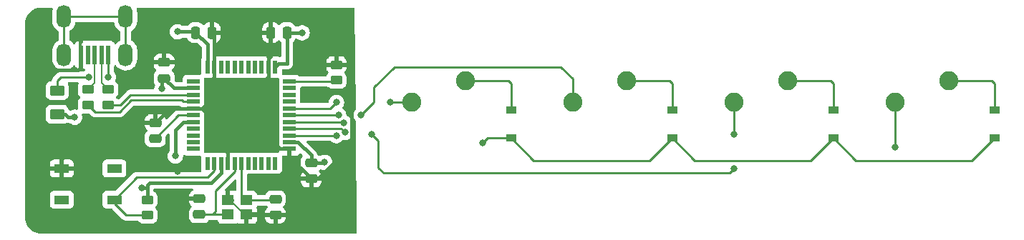
<source format=gtl>
%TF.GenerationSoftware,KiCad,Pcbnew,(6.0.6)*%
%TF.CreationDate,2022-06-26T20:00:42-04:00*%
%TF.ProjectId,keyboard,6b657962-6f61-4726-942e-6b696361645f,rev?*%
%TF.SameCoordinates,Original*%
%TF.FileFunction,Copper,L1,Top*%
%TF.FilePolarity,Positive*%
%FSLAX46Y46*%
G04 Gerber Fmt 4.6, Leading zero omitted, Abs format (unit mm)*
G04 Created by KiCad (PCBNEW (6.0.6)) date 2022-06-26 20:00:42*
%MOMM*%
%LPD*%
G01*
G04 APERTURE LIST*
G04 Aperture macros list*
%AMRoundRect*
0 Rectangle with rounded corners*
0 $1 Rounding radius*
0 $2 $3 $4 $5 $6 $7 $8 $9 X,Y pos of 4 corners*
0 Add a 4 corners polygon primitive as box body*
4,1,4,$2,$3,$4,$5,$6,$7,$8,$9,$2,$3,0*
0 Add four circle primitives for the rounded corners*
1,1,$1+$1,$2,$3*
1,1,$1+$1,$4,$5*
1,1,$1+$1,$6,$7*
1,1,$1+$1,$8,$9*
0 Add four rect primitives between the rounded corners*
20,1,$1+$1,$2,$3,$4,$5,0*
20,1,$1+$1,$4,$5,$6,$7,0*
20,1,$1+$1,$6,$7,$8,$9,0*
20,1,$1+$1,$8,$9,$2,$3,0*%
G04 Aperture macros list end*
%TA.AperFunction,SMDPad,CuDef*%
%ADD10R,0.500000X2.250000*%
%TD*%
%TA.AperFunction,ComponentPad*%
%ADD11O,1.700000X2.700000*%
%TD*%
%TA.AperFunction,SMDPad,CuDef*%
%ADD12R,1.800000X1.100000*%
%TD*%
%TA.AperFunction,SMDPad,CuDef*%
%ADD13RoundRect,0.250000X-0.475000X0.250000X-0.475000X-0.250000X0.475000X-0.250000X0.475000X0.250000X0*%
%TD*%
%TA.AperFunction,SMDPad,CuDef*%
%ADD14R,1.400000X1.200000*%
%TD*%
%TA.AperFunction,SMDPad,CuDef*%
%ADD15R,0.550000X1.500000*%
%TD*%
%TA.AperFunction,SMDPad,CuDef*%
%ADD16R,1.500000X0.550000*%
%TD*%
%TA.AperFunction,SMDPad,CuDef*%
%ADD17RoundRect,0.250000X0.450000X-0.262500X0.450000X0.262500X-0.450000X0.262500X-0.450000X-0.262500X0*%
%TD*%
%TA.AperFunction,SMDPad,CuDef*%
%ADD18RoundRect,0.250000X-0.450000X0.262500X-0.450000X-0.262500X0.450000X-0.262500X0.450000X0.262500X0*%
%TD*%
%TA.AperFunction,ComponentPad*%
%ADD19C,2.250000*%
%TD*%
%TA.AperFunction,SMDPad,CuDef*%
%ADD20RoundRect,0.250000X-0.625000X0.375000X-0.625000X-0.375000X0.625000X-0.375000X0.625000X0.375000X0*%
%TD*%
%TA.AperFunction,SMDPad,CuDef*%
%ADD21R,1.200000X0.900000*%
%TD*%
%TA.AperFunction,SMDPad,CuDef*%
%ADD22RoundRect,0.250000X-0.250000X-0.475000X0.250000X-0.475000X0.250000X0.475000X-0.250000X0.475000X0*%
%TD*%
%TA.AperFunction,SMDPad,CuDef*%
%ADD23RoundRect,0.250000X0.250000X0.475000X-0.250000X0.475000X-0.250000X-0.475000X0.250000X-0.475000X0*%
%TD*%
%TA.AperFunction,SMDPad,CuDef*%
%ADD24RoundRect,0.250000X0.475000X-0.250000X0.475000X0.250000X-0.475000X0.250000X-0.475000X-0.250000X0*%
%TD*%
%TA.AperFunction,ViaPad*%
%ADD25C,0.800000*%
%TD*%
%TA.AperFunction,Conductor*%
%ADD26C,0.250000*%
%TD*%
%TA.AperFunction,Conductor*%
%ADD27C,0.381000*%
%TD*%
%TA.AperFunction,Conductor*%
%ADD28C,0.203200*%
%TD*%
%TA.AperFunction,Conductor*%
%ADD29C,0.200000*%
%TD*%
G04 APERTURE END LIST*
D10*
%TO.P,USB1,1,GND*%
%TO.N,GND*%
X46025000Y-80700000D03*
%TO.P,USB1,2,ID*%
%TO.N,unconnected-(USB1-Pad2)*%
X46825000Y-80700000D03*
%TO.P,USB1,3,D+*%
%TO.N,D+*%
X47625000Y-80700000D03*
%TO.P,USB1,4,D-*%
%TO.N,D-*%
X48425000Y-80700000D03*
%TO.P,USB1,5,VBUS*%
%TO.N,VCC*%
X49225000Y-80700000D03*
D11*
%TO.P,USB1,6,SHIELD*%
%TO.N,unconnected-(USB1-Pad6)*%
X51275000Y-80700000D03*
X43975000Y-80700000D03*
X43975000Y-76200000D03*
X51275000Y-76200000D03*
%TD*%
D12*
%TO.P,SW1,1,1*%
%TO.N,GND*%
X43731250Y-94193750D03*
%TO.P,SW1,2,2*%
%TO.N,Net-(R1-Pad2)*%
X49931250Y-97893750D03*
%TO.P,SW1,3*%
%TO.N,N/C*%
X43731250Y-97893750D03*
%TO.P,SW1,4*%
X49931250Y-94193750D03*
%TD*%
D13*
%TO.P,C2,1*%
%TO.N,GND*%
X59994800Y-97754400D03*
%TO.P,C2,2*%
%TO.N,Net-(C2-Pad2)*%
X59994800Y-99654400D03*
%TD*%
D14*
%TO.P,Y1,4,4*%
%TO.N,GND*%
X65583750Y-99641000D03*
%TO.P,Y1,3,3*%
%TO.N,Net-(C2-Pad2)*%
X63383750Y-99641000D03*
%TO.P,Y1,2,2*%
%TO.N,GND*%
X63383750Y-97941000D03*
%TO.P,Y1,1,1*%
%TO.N,Net-(C1-Pad2)*%
X65583750Y-97941000D03*
%TD*%
D15*
%TO.P,U1,44,AVCC*%
%TO.N,+5V*%
X60960000Y-82169000D03*
%TO.P,U1,43,GND*%
%TO.N,GND*%
X61760000Y-82169000D03*
%TO.P,U1,42,AREF*%
%TO.N,unconnected-(U1-Pad42)*%
X62560000Y-82169000D03*
%TO.P,U1,41,PF0*%
%TO.N,unconnected-(U1-Pad41)*%
X63360000Y-82169000D03*
%TO.P,U1,40,PF1*%
%TO.N,unconnected-(U1-Pad40)*%
X64160000Y-82169000D03*
%TO.P,U1,39,PF4*%
%TO.N,unconnected-(U1-Pad39)*%
X64960000Y-82169000D03*
%TO.P,U1,38,PF5*%
%TO.N,unconnected-(U1-Pad38)*%
X65760000Y-82169000D03*
%TO.P,U1,37,PF6*%
%TO.N,unconnected-(U1-Pad37)*%
X66560000Y-82169000D03*
%TO.P,U1,36,PF7*%
%TO.N,unconnected-(U1-Pad36)*%
X67360000Y-82169000D03*
%TO.P,U1,35,GND*%
%TO.N,GND*%
X68160000Y-82169000D03*
%TO.P,U1,34,VCC*%
%TO.N,+5V*%
X68960000Y-82169000D03*
D16*
%TO.P,U1,33,~{HWB}/PE2*%
%TO.N,Net-(R4-Pad1)*%
X70660000Y-83869000D03*
%TO.P,U1,32,PC7*%
%TO.N,unconnected-(U1-Pad32)*%
X70660000Y-84669000D03*
%TO.P,U1,31,PC6*%
%TO.N,unconnected-(U1-Pad31)*%
X70660000Y-85469000D03*
%TO.P,U1,30,PB6*%
%TO.N,unconnected-(U1-Pad30)*%
X70660000Y-86269000D03*
%TO.P,U1,29,PB5*%
%TO.N,COL0*%
X70660000Y-87069000D03*
%TO.P,U1,28,PB4*%
%TO.N,COL1*%
X70660000Y-87869000D03*
%TO.P,U1,27,PD7*%
%TO.N,COL2*%
X70660000Y-88669000D03*
%TO.P,U1,26,PD6*%
%TO.N,COL3*%
X70660000Y-89469000D03*
%TO.P,U1,25,PD4*%
%TO.N,ROW0*%
X70660000Y-90269000D03*
%TO.P,U1,24,AVCC*%
%TO.N,+5V*%
X70660000Y-91069000D03*
%TO.P,U1,23,GND*%
%TO.N,GND*%
X70660000Y-91869000D03*
D15*
%TO.P,U1,22,PD5*%
%TO.N,unconnected-(U1-Pad22)*%
X68960000Y-93569000D03*
%TO.P,U1,21,PD3*%
%TO.N,unconnected-(U1-Pad21)*%
X68160000Y-93569000D03*
%TO.P,U1,20,PD2*%
%TO.N,unconnected-(U1-Pad20)*%
X67360000Y-93569000D03*
%TO.P,U1,19,PD1*%
%TO.N,unconnected-(U1-Pad19)*%
X66560000Y-93569000D03*
%TO.P,U1,18,PD0*%
%TO.N,unconnected-(U1-Pad18)*%
X65760000Y-93569000D03*
%TO.P,U1,17,XTAL1*%
%TO.N,Net-(C1-Pad2)*%
X64960000Y-93569000D03*
%TO.P,U1,16,XTAL2*%
%TO.N,Net-(C2-Pad2)*%
X64160000Y-93569000D03*
%TO.P,U1,15,GND*%
%TO.N,GND*%
X63360000Y-93569000D03*
%TO.P,U1,14,VCC*%
%TO.N,+5V*%
X62560000Y-93569000D03*
%TO.P,U1,13,~{RESET}*%
%TO.N,Net-(R1-Pad2)*%
X61760000Y-93569000D03*
%TO.P,U1,12,PB7*%
%TO.N,unconnected-(U1-Pad12)*%
X60960000Y-93569000D03*
D16*
%TO.P,U1,11,PB3*%
%TO.N,unconnected-(U1-Pad11)*%
X59260000Y-91869000D03*
%TO.P,U1,10,PB2*%
%TO.N,unconnected-(U1-Pad10)*%
X59260000Y-91069000D03*
%TO.P,U1,9,PB1*%
%TO.N,unconnected-(U1-Pad9)*%
X59260000Y-90269000D03*
%TO.P,U1,8,PB0*%
%TO.N,unconnected-(U1-Pad8)*%
X59260000Y-89469000D03*
%TO.P,U1,7,VBUS*%
%TO.N,+5V*%
X59260000Y-88669000D03*
%TO.P,U1,6,UCAP*%
%TO.N,Net-(C3-Pad1)*%
X59260000Y-87869000D03*
%TO.P,U1,5,UGND*%
%TO.N,GND*%
X59260000Y-87069000D03*
%TO.P,U1,4,D+*%
%TO.N,Net-(R2-Pad2)*%
X59260000Y-86269000D03*
%TO.P,U1,3,D-*%
%TO.N,Net-(R3-Pad2)*%
X59260000Y-85469000D03*
%TO.P,U1,2,UVCC*%
%TO.N,+5V*%
X59260000Y-84669000D03*
%TO.P,U1,1,PE6*%
%TO.N,unconnected-(U1-Pad1)*%
X59260000Y-83869000D03*
%TD*%
D17*
%TO.P,R4,1*%
%TO.N,Net-(R4-Pad1)*%
X76200000Y-83716500D03*
%TO.P,R4,2*%
%TO.N,GND*%
X76200000Y-81891500D03*
%TD*%
D18*
%TO.P,R3,2*%
%TO.N,Net-(R3-Pad2)*%
X49212500Y-86637500D03*
%TO.P,R3,1*%
%TO.N,D-*%
X49212500Y-84812500D03*
%TD*%
%TO.P,R2,1*%
%TO.N,D+*%
X46831250Y-84812500D03*
%TO.P,R2,2*%
%TO.N,Net-(R2-Pad2)*%
X46831250Y-86637500D03*
%TD*%
%TO.P,R1,1*%
%TO.N,+5V*%
X53848000Y-97893500D03*
%TO.P,R1,2*%
%TO.N,Net-(R1-Pad2)*%
X53848000Y-99718500D03*
%TD*%
D19*
%TO.P,MX4,1,COL*%
%TO.N,COL3*%
X142240000Y-86360000D03*
%TO.P,MX4,2,ROW*%
%TO.N,Net-(D4-Pad2)*%
X148590000Y-83820000D03*
%TD*%
%TO.P,MX3,1,COL*%
%TO.N,COL2*%
X123190000Y-86360000D03*
%TO.P,MX3,2,ROW*%
%TO.N,Net-(D3-Pad2)*%
X129540000Y-83820000D03*
%TD*%
%TO.P,MX2,1,COL*%
%TO.N,COL1*%
X104140000Y-86360000D03*
%TO.P,MX2,2,ROW*%
%TO.N,Net-(D2-Pad2)*%
X110490000Y-83820000D03*
%TD*%
%TO.P,MX1,1,COL*%
%TO.N,COL0*%
X85090000Y-86360000D03*
%TO.P,MX1,2,ROW*%
%TO.N,Net-(D1-Pad2)*%
X91440000Y-83820000D03*
%TD*%
D20*
%TO.P,F1,1*%
%TO.N,VCC*%
X43180000Y-84960000D03*
%TO.P,F1,2*%
%TO.N,+5V*%
X43180000Y-87760000D03*
%TD*%
D21*
%TO.P,D4,2,A*%
%TO.N,Net-(D4-Pad2)*%
X153987500Y-87250000D03*
%TO.P,D4,1,K*%
%TO.N,ROW0*%
X153987500Y-90550000D03*
%TD*%
%TO.P,D3,2,A*%
%TO.N,Net-(D3-Pad2)*%
X134937500Y-87250000D03*
%TO.P,D3,1,K*%
%TO.N,ROW0*%
X134937500Y-90550000D03*
%TD*%
%TO.P,D2,1,K*%
%TO.N,ROW0*%
X115887500Y-90550000D03*
%TO.P,D2,2,A*%
%TO.N,Net-(D2-Pad2)*%
X115887500Y-87250000D03*
%TD*%
%TO.P,D1,1,K*%
%TO.N,ROW0*%
X96837500Y-90550000D03*
%TO.P,D1,2,A*%
%TO.N,Net-(D1-Pad2)*%
X96837500Y-87250000D03*
%TD*%
D22*
%TO.P,C7,1*%
%TO.N,+5V*%
X59565000Y-78090000D03*
%TO.P,C7,2*%
%TO.N,GND*%
X61465000Y-78090000D03*
%TD*%
D23*
%TO.P,C6,1*%
%TO.N,+5V*%
X70355000Y-78090000D03*
%TO.P,C6,2*%
%TO.N,GND*%
X68455000Y-78090000D03*
%TD*%
D13*
%TO.P,C5,2*%
%TO.N,GND*%
X73215000Y-95423000D03*
%TO.P,C5,1*%
%TO.N,+5V*%
X73215000Y-93523000D03*
%TD*%
D24*
%TO.P,C4,1*%
%TO.N,+5V*%
X55816000Y-83500000D03*
%TO.P,C4,2*%
%TO.N,GND*%
X55816000Y-81600000D03*
%TD*%
%TO.P,C3,1*%
%TO.N,Net-(C3-Pad1)*%
X54768750Y-90643750D03*
%TO.P,C3,2*%
%TO.N,GND*%
X54768750Y-88743750D03*
%TD*%
%TO.P,C1,1*%
%TO.N,GND*%
X68986400Y-99705200D03*
%TO.P,C1,2*%
%TO.N,Net-(C1-Pad2)*%
X68986400Y-97805200D03*
%TD*%
D25*
%TO.N,COL3*%
X142240000Y-91694000D03*
X77188000Y-89916000D03*
%TO.N,COL2*%
X123190000Y-90170000D03*
X123190000Y-94234000D03*
X77089000Y-88773000D03*
X80391000Y-90170000D03*
%TO.N,COL1*%
X76454000Y-87884000D03*
X79121000Y-87884000D03*
%TO.N,COL0*%
X82550000Y-86360000D03*
X76200000Y-86360000D03*
%TO.N,ROW0*%
X93472000Y-91186000D03*
X76200000Y-90297000D03*
%TO.N,+5V*%
X72136000Y-78105000D03*
X57150000Y-92710000D03*
%TO.N,GND*%
X58293000Y-97790000D03*
X57404000Y-94525500D03*
%TO.N,+5V*%
X74803000Y-93472000D03*
X57404000Y-77978000D03*
X53213000Y-96520000D03*
X45243750Y-88106250D03*
X55562500Y-84744500D03*
%TO.N,VCC*%
X49212500Y-83343750D03*
X46925500Y-83343750D03*
%TD*%
D26*
%TO.N,Net-(D3-Pad2)*%
X134937500Y-84137500D02*
X134937500Y-87250000D01*
%TO.N,ROW0*%
X134937500Y-90550000D02*
X132256138Y-93231362D01*
X137618862Y-93231362D02*
X134937500Y-90550000D01*
D27*
%TO.N,GND*%
X58293000Y-97790000D02*
X59959200Y-97790000D01*
X59959200Y-97790000D02*
X59994800Y-97754400D01*
D26*
%TO.N,Net-(C2-Pad2)*%
X60008200Y-99641000D02*
X59994800Y-99654400D01*
X61541000Y-99641000D02*
X60008200Y-99641000D01*
%TO.N,Net-(R2-Pad2)*%
X58075000Y-86269000D02*
X59260000Y-86269000D01*
X51943000Y-86106000D02*
X57912000Y-86106000D01*
X50574000Y-87475000D02*
X51943000Y-86106000D01*
X47668750Y-87475000D02*
X50574000Y-87475000D01*
X46831250Y-86637500D02*
X47668750Y-87475000D01*
X57912000Y-86106000D02*
X58075000Y-86269000D01*
%TO.N,COL3*%
X142240000Y-91694000D02*
X142240000Y-86360000D01*
X76741000Y-89469000D02*
X77188000Y-89916000D01*
X70660000Y-89469000D02*
X76741000Y-89469000D01*
%TO.N,COL2*%
X123190000Y-90170000D02*
X123190000Y-86360000D01*
X122682000Y-94742000D02*
X123190000Y-94234000D01*
X82677000Y-94742000D02*
X122682000Y-94742000D01*
X81788000Y-94742000D02*
X82677000Y-94742000D01*
X81153000Y-94107000D02*
X81788000Y-94742000D01*
X81153000Y-90932000D02*
X81153000Y-94107000D01*
X80391000Y-90170000D02*
X81153000Y-90932000D01*
X76985000Y-88669000D02*
X77089000Y-88773000D01*
X70660000Y-88669000D02*
X76985000Y-88669000D01*
%TO.N,COL1*%
X104140000Y-83566000D02*
X104140000Y-86360000D01*
X102743000Y-82169000D02*
X104140000Y-83566000D01*
X83058000Y-82169000D02*
X102743000Y-82169000D01*
X80645000Y-84582000D02*
X83058000Y-82169000D01*
X80645000Y-86360000D02*
X80645000Y-84582000D01*
X79121000Y-87884000D02*
X80645000Y-86360000D01*
X76439000Y-87869000D02*
X76454000Y-87884000D01*
X70660000Y-87869000D02*
X76439000Y-87869000D01*
%TO.N,COL0*%
X82550000Y-86360000D02*
X85090000Y-86360000D01*
X75491000Y-87069000D02*
X76200000Y-86360000D01*
X70660000Y-87069000D02*
X75491000Y-87069000D01*
%TO.N,ROW0*%
X94108000Y-90550000D02*
X96837500Y-90550000D01*
X93472000Y-91186000D02*
X94108000Y-90550000D01*
X76172000Y-90269000D02*
X76200000Y-90297000D01*
X70660000Y-90269000D02*
X76172000Y-90269000D01*
D27*
%TO.N,+5V*%
X72121000Y-78090000D02*
X72136000Y-78105000D01*
X70355000Y-78090000D02*
X72121000Y-78090000D01*
X70355000Y-81727500D02*
X70326250Y-81756250D01*
X70355000Y-78090000D02*
X70355000Y-81727500D01*
X70326250Y-81756250D02*
X69372750Y-81756250D01*
%TO.N,GND*%
X77446500Y-81891500D02*
X76200000Y-81891500D01*
X77978000Y-82423000D02*
X77446500Y-81891500D01*
X77978000Y-91414936D02*
X77978000Y-82423000D01*
X73969936Y-95423000D02*
X77978000Y-91414936D01*
%TO.N,+5V*%
X57150000Y-89648000D02*
X57150000Y-92710000D01*
X58129000Y-88669000D02*
X57150000Y-89648000D01*
X59260000Y-88669000D02*
X58129000Y-88669000D01*
D26*
%TO.N,unconnected-(USB1-Pad6)*%
X51275000Y-76200000D02*
X51275000Y-80700000D01*
X51275000Y-76200000D02*
X43975000Y-76200000D01*
X43975000Y-80700000D02*
X43975000Y-76200000D01*
D27*
%TO.N,GND*%
X52197000Y-92710000D02*
X53340000Y-93853000D01*
X57404000Y-94488000D02*
X57404000Y-94525500D01*
X52197000Y-90238500D02*
X52197000Y-92710000D01*
X56769000Y-93853000D02*
X57404000Y-94488000D01*
X53340000Y-93853000D02*
X56769000Y-93853000D01*
X50702250Y-88743750D02*
X52197000Y-90238500D01*
X54768750Y-88743750D02*
X50702250Y-88743750D01*
X50702250Y-88743750D02*
X46193750Y-88743750D01*
X66154000Y-88494000D02*
X66154000Y-85306000D01*
X69529000Y-91869000D02*
X66154000Y-88494000D01*
X70660000Y-91869000D02*
X69529000Y-91869000D01*
X66154000Y-85306000D02*
X61760000Y-85306000D01*
X61760000Y-85306000D02*
X61760000Y-85575000D01*
X68160000Y-83300000D02*
X66154000Y-85306000D01*
X61760000Y-82169000D02*
X61760000Y-85306000D01*
X68160000Y-82169000D02*
X68160000Y-83300000D01*
X61760000Y-85575000D02*
X60266000Y-87069000D01*
X63360000Y-90163000D02*
X60266000Y-87069000D01*
X60266000Y-87069000D02*
X59260000Y-87069000D01*
X63360000Y-93569000D02*
X63360000Y-90163000D01*
X73215000Y-97600000D02*
X73215000Y-95423000D01*
X71074000Y-99741000D02*
X73215000Y-97600000D01*
X68516000Y-99741000D02*
X71074000Y-99741000D01*
X73215000Y-95423000D02*
X73969936Y-95423000D01*
%TO.N,+5V*%
X74752000Y-93523000D02*
X74803000Y-93472000D01*
X73215000Y-93523000D02*
X74752000Y-93523000D01*
X57404000Y-77978000D02*
X59453000Y-77978000D01*
X59453000Y-77978000D02*
X59565000Y-78090000D01*
X53848000Y-96520000D02*
X53213000Y-96520000D01*
X53848000Y-96520000D02*
X53848000Y-97893500D01*
X53848000Y-96139000D02*
X53848000Y-96520000D01*
X54102000Y-95885000D02*
X53848000Y-96139000D01*
X62560000Y-94700000D02*
X61375000Y-95885000D01*
X61375000Y-95885000D02*
X54102000Y-95885000D01*
X62560000Y-93569000D02*
X62560000Y-94700000D01*
D26*
%TO.N,Net-(R1-Pad2)*%
X51331500Y-99718500D02*
X53848000Y-99718500D01*
X49931250Y-98318250D02*
X51331500Y-99718500D01*
X49931250Y-97893750D02*
X49931250Y-98318250D01*
X61760000Y-94444000D02*
X61760000Y-93569000D01*
X60954000Y-95250000D02*
X61760000Y-94444000D01*
X52575000Y-95250000D02*
X60954000Y-95250000D01*
X49931250Y-97893750D02*
X52575000Y-95250000D01*
D27*
%TO.N,+5V*%
X56985000Y-84669000D02*
X59260000Y-84669000D01*
X55816000Y-83500000D02*
X56985000Y-84669000D01*
%TO.N,GND*%
X61465000Y-76546250D02*
X61465000Y-78090000D01*
X56356250Y-76200000D02*
X61118750Y-76200000D01*
X55816000Y-76740250D02*
X56356250Y-76200000D01*
X61118750Y-76200000D02*
X61465000Y-76546250D01*
X55816000Y-81600000D02*
X55816000Y-76740250D01*
D26*
%TO.N,Net-(C2-Pad2)*%
X61912500Y-99269500D02*
X61541000Y-99641000D01*
X64160000Y-94569000D02*
X61912500Y-96816500D01*
X64160000Y-93569000D02*
X64160000Y-94569000D01*
X61912500Y-96816500D02*
X61912500Y-99269500D01*
X63383750Y-99641000D02*
X61541000Y-99641000D01*
%TO.N,Net-(C1-Pad2)*%
X64960000Y-97317250D02*
X64960000Y-93569000D01*
X65583750Y-97941000D02*
X64960000Y-97317250D01*
D27*
%TO.N,GND*%
X70660000Y-92868000D02*
X70660000Y-91869000D01*
X73215000Y-95423000D02*
X70660000Y-92868000D01*
D26*
%TO.N,ROW0*%
X99518862Y-93231362D02*
X96837500Y-90550000D01*
X113206138Y-93231362D02*
X99518862Y-93231362D01*
X115887500Y-90550000D02*
X113206138Y-93231362D01*
X132256138Y-93231362D02*
X118568862Y-93231362D01*
X118568862Y-93231362D02*
X115887500Y-90550000D01*
X151306138Y-93231362D02*
X137618862Y-93231362D01*
X153987500Y-90550000D02*
X151306138Y-93231362D01*
%TO.N,Net-(D4-Pad2)*%
X153987500Y-84137500D02*
X153987500Y-87250000D01*
X153670000Y-83820000D02*
X153987500Y-84137500D01*
X148590000Y-83820000D02*
X153670000Y-83820000D01*
%TO.N,Net-(D3-Pad2)*%
X134620000Y-83820000D02*
X134937500Y-84137500D01*
X129540000Y-83820000D02*
X134620000Y-83820000D01*
%TO.N,Net-(D2-Pad2)*%
X115887500Y-84137500D02*
X115887500Y-87250000D01*
X115570000Y-83820000D02*
X115887500Y-84137500D01*
X110490000Y-83820000D02*
X115570000Y-83820000D01*
%TO.N,Net-(D1-Pad2)*%
X96837500Y-84137500D02*
X96837500Y-87250000D01*
X96520000Y-83820000D02*
X96837500Y-84137500D01*
X91440000Y-83820000D02*
X96520000Y-83820000D01*
D27*
%TO.N,+5V*%
X71666000Y-91069000D02*
X70660000Y-91069000D01*
X73215000Y-92618000D02*
X71666000Y-91069000D01*
X73215000Y-93523000D02*
X73215000Y-92618000D01*
X55562500Y-83753500D02*
X55816000Y-83500000D01*
X55562500Y-84744500D02*
X55562500Y-83753500D01*
X44450000Y-88106250D02*
X45243750Y-88106250D01*
X44103750Y-87760000D02*
X44450000Y-88106250D01*
X43180000Y-87760000D02*
X44103750Y-87760000D01*
%TO.N,GND*%
X42862500Y-90487500D02*
X44450000Y-90487500D01*
X42068750Y-82550000D02*
X41275000Y-83343750D01*
X41275000Y-88900000D02*
X42862500Y-90487500D01*
X45681000Y-82550000D02*
X42068750Y-82550000D01*
X46025000Y-82206000D02*
X45681000Y-82550000D01*
X41275000Y-83343750D02*
X41275000Y-88900000D01*
X46025000Y-80700000D02*
X46025000Y-82206000D01*
X44450000Y-90487500D02*
X43731250Y-91206250D01*
X46193750Y-88743750D02*
X44450000Y-90487500D01*
D26*
%TO.N,VCC*%
X49212500Y-83343750D02*
X49225000Y-83331250D01*
X49225000Y-83331250D02*
X49225000Y-80700000D01*
X43656250Y-83343750D02*
X46925500Y-83343750D01*
X43180000Y-83820000D02*
X43656250Y-83343750D01*
X43180000Y-84960000D02*
X43180000Y-83820000D01*
D27*
%TO.N,GND*%
X68516000Y-99741000D02*
X65683750Y-99741000D01*
X65683750Y-99741000D02*
X65583750Y-99641000D01*
D26*
%TO.N,Net-(C1-Pad2)*%
X68416000Y-97941000D02*
X68516000Y-97841000D01*
X65583750Y-97941000D02*
X68416000Y-97941000D01*
D28*
%TO.N,GND*%
X65286950Y-99641000D02*
X65583750Y-99641000D01*
X63586950Y-97941000D02*
X65286950Y-99641000D01*
D27*
X63383750Y-97941000D02*
X63809750Y-97941000D01*
X65202750Y-99641000D02*
X65583750Y-99641000D01*
X43731250Y-91206250D02*
X43731250Y-94193750D01*
X56443500Y-87069000D02*
X59260000Y-87069000D01*
X54768750Y-88743750D02*
X56443500Y-87069000D01*
D26*
%TO.N,Net-(C3-Pad1)*%
X54768750Y-90643750D02*
X57543500Y-87869000D01*
X57543500Y-87869000D02*
X59260000Y-87869000D01*
D27*
%TO.N,+5V*%
X60960000Y-79485000D02*
X60960000Y-82169000D01*
X59565000Y-78090000D02*
X60960000Y-79485000D01*
%TO.N,GND*%
X61760000Y-78385000D02*
X61760000Y-82169000D01*
X61465000Y-78090000D02*
X61760000Y-78385000D01*
%TO.N,+5V*%
X69372750Y-81756250D02*
X68960000Y-82169000D01*
%TO.N,GND*%
X68311500Y-81011500D02*
X68160000Y-81163000D01*
X68455000Y-80868000D02*
X68311500Y-81011500D01*
X68455000Y-78090000D02*
X68455000Y-80868000D01*
X68160000Y-81163000D02*
X68160000Y-82169000D01*
D26*
%TO.N,Net-(R4-Pad1)*%
X76047500Y-83869000D02*
X70660000Y-83869000D01*
X76200000Y-83716500D02*
X76047500Y-83869000D01*
%TO.N,Net-(R3-Pad2)*%
X51849750Y-85469000D02*
X59260000Y-85469000D01*
X50681250Y-86637500D02*
X51849750Y-85469000D01*
X49212500Y-86637500D02*
X50681250Y-86637500D01*
D29*
%TO.N,D+*%
X47625000Y-84018750D02*
X46831250Y-84812500D01*
X47625000Y-80700000D02*
X47625000Y-84018750D01*
%TO.N,D-*%
X48425000Y-84025000D02*
X49212500Y-84812500D01*
X48425000Y-80700000D02*
X48425000Y-84025000D01*
%TD*%
%TA.AperFunction,Conductor*%
%TO.N,GND*%
G36*
X42628249Y-75141002D02*
G01*
X42674742Y-75194658D01*
X42684846Y-75264932D01*
X42678568Y-75289986D01*
X42658663Y-75344825D01*
X42657714Y-75350074D01*
X42657713Y-75350077D01*
X42618377Y-75567608D01*
X42618376Y-75567615D01*
X42617639Y-75571692D01*
X42616500Y-75595844D01*
X42616500Y-76757890D01*
X42616725Y-76760539D01*
X42630305Y-76920581D01*
X42631080Y-76929720D01*
X42632418Y-76934875D01*
X42632419Y-76934881D01*
X42687525Y-77147193D01*
X42688999Y-77152872D01*
X42691191Y-77157738D01*
X42691192Y-77157741D01*
X42734975Y-77254936D01*
X42783688Y-77363075D01*
X42912441Y-77554319D01*
X42916120Y-77558176D01*
X42916122Y-77558178D01*
X42982287Y-77627536D01*
X43071576Y-77721135D01*
X43256542Y-77858754D01*
X43261294Y-77861170D01*
X43261302Y-77861175D01*
X43272606Y-77866922D01*
X43324263Y-77915625D01*
X43341500Y-77979238D01*
X43341500Y-78924404D01*
X43321498Y-78992525D01*
X43280867Y-79032122D01*
X43171683Y-79098377D01*
X43167653Y-79101874D01*
X43032359Y-79219276D01*
X42997555Y-79249477D01*
X42994169Y-79253607D01*
X42994168Y-79253608D01*
X42854760Y-79423627D01*
X42854756Y-79423633D01*
X42851376Y-79427755D01*
X42737325Y-79628114D01*
X42658663Y-79844825D01*
X42657714Y-79850074D01*
X42657713Y-79850077D01*
X42618377Y-80067608D01*
X42618376Y-80067615D01*
X42617639Y-80071692D01*
X42616500Y-80095844D01*
X42616500Y-81257890D01*
X42620094Y-81300243D01*
X42623597Y-81341525D01*
X42631080Y-81429720D01*
X42632418Y-81434875D01*
X42632419Y-81434881D01*
X42684575Y-81635829D01*
X42688999Y-81652872D01*
X42691191Y-81657738D01*
X42691192Y-81657741D01*
X42713275Y-81706763D01*
X42783688Y-81863075D01*
X42912441Y-82054319D01*
X42916120Y-82058176D01*
X42916122Y-82058178D01*
X42948635Y-82092260D01*
X43071576Y-82221135D01*
X43075854Y-82224318D01*
X43136965Y-82269786D01*
X43256542Y-82358754D01*
X43261293Y-82361170D01*
X43261297Y-82361172D01*
X43287148Y-82374315D01*
X43462051Y-82463240D01*
X43517276Y-82480388D01*
X43576398Y-82519689D01*
X43604889Y-82584718D01*
X43593699Y-82654828D01*
X43546382Y-82707758D01*
X43511246Y-82722760D01*
X43505317Y-82724282D01*
X43497453Y-82725276D01*
X43490083Y-82728194D01*
X43490079Y-82728195D01*
X43456347Y-82741550D01*
X43445119Y-82745395D01*
X43402657Y-82757732D01*
X43395835Y-82761766D01*
X43395829Y-82761769D01*
X43385218Y-82768044D01*
X43367468Y-82776740D01*
X43356006Y-82781278D01*
X43356001Y-82781281D01*
X43348633Y-82784198D01*
X43342218Y-82788859D01*
X43312875Y-82810177D01*
X43302957Y-82816693D01*
X43284269Y-82827745D01*
X43264887Y-82839208D01*
X43250563Y-82853532D01*
X43235531Y-82866371D01*
X43219143Y-82878278D01*
X43190962Y-82912343D01*
X43182972Y-82921123D01*
X42787747Y-83316348D01*
X42779461Y-83323888D01*
X42772982Y-83328000D01*
X42767557Y-83333777D01*
X42726357Y-83377651D01*
X42723602Y-83380493D01*
X42703865Y-83400230D01*
X42701385Y-83403427D01*
X42693682Y-83412447D01*
X42663414Y-83444679D01*
X42659595Y-83451625D01*
X42659593Y-83451628D01*
X42653652Y-83462434D01*
X42642801Y-83478953D01*
X42630386Y-83494959D01*
X42627241Y-83502228D01*
X42627238Y-83502232D01*
X42612826Y-83535537D01*
X42607609Y-83546187D01*
X42586305Y-83584940D01*
X42584334Y-83592615D01*
X42584334Y-83592616D01*
X42581267Y-83604562D01*
X42574863Y-83623266D01*
X42566819Y-83641855D01*
X42565580Y-83649678D01*
X42565577Y-83649688D01*
X42559901Y-83685524D01*
X42557495Y-83697145D01*
X42546631Y-83739459D01*
X42510317Y-83800465D01*
X42446785Y-83832155D01*
X42437594Y-83833452D01*
X42405692Y-83836762D01*
X42405688Y-83836763D01*
X42398834Y-83837474D01*
X42392298Y-83839655D01*
X42392296Y-83839655D01*
X42260194Y-83883728D01*
X42231054Y-83893450D01*
X42080652Y-83986522D01*
X41955695Y-84111697D01*
X41951855Y-84117927D01*
X41951854Y-84117928D01*
X41886256Y-84224348D01*
X41862885Y-84262262D01*
X41847725Y-84307968D01*
X41816544Y-84401978D01*
X41807203Y-84430139D01*
X41806503Y-84436975D01*
X41806502Y-84436978D01*
X41804932Y-84452303D01*
X41796500Y-84534600D01*
X41796500Y-85385400D01*
X41796837Y-85388646D01*
X41796837Y-85388650D01*
X41804486Y-85462366D01*
X41807474Y-85491166D01*
X41809655Y-85497702D01*
X41809655Y-85497704D01*
X41824807Y-85543120D01*
X41863450Y-85658946D01*
X41956522Y-85809348D01*
X42081697Y-85934305D01*
X42087927Y-85938145D01*
X42087928Y-85938146D01*
X42225090Y-86022694D01*
X42232262Y-86027115D01*
X42304436Y-86051054D01*
X42393611Y-86080632D01*
X42393613Y-86080632D01*
X42400139Y-86082797D01*
X42406975Y-86083497D01*
X42406978Y-86083498D01*
X42450031Y-86087909D01*
X42504600Y-86093500D01*
X43855400Y-86093500D01*
X43858646Y-86093163D01*
X43858650Y-86093163D01*
X43954308Y-86083238D01*
X43954312Y-86083237D01*
X43961166Y-86082526D01*
X43967702Y-86080345D01*
X43967704Y-86080345D01*
X44099806Y-86036272D01*
X44128946Y-86026550D01*
X44279348Y-85933478D01*
X44404305Y-85808303D01*
X44428602Y-85768886D01*
X44493275Y-85663968D01*
X44493276Y-85663966D01*
X44497115Y-85657738D01*
X44535132Y-85543120D01*
X44550632Y-85496389D01*
X44550632Y-85496387D01*
X44552797Y-85489861D01*
X44556728Y-85451500D01*
X44561474Y-85405176D01*
X44563500Y-85385400D01*
X44563500Y-84534600D01*
X44561351Y-84513886D01*
X44553238Y-84435692D01*
X44553237Y-84435688D01*
X44552526Y-84428834D01*
X44541285Y-84395139D01*
X44498868Y-84268002D01*
X44496550Y-84261054D01*
X44492381Y-84254316D01*
X44439927Y-84169553D01*
X44421089Y-84101101D01*
X44442250Y-84033332D01*
X44496691Y-83987760D01*
X44547071Y-83977250D01*
X45617563Y-83977250D01*
X45685684Y-83997252D01*
X45732177Y-84050908D01*
X45742281Y-84121182D01*
X45724823Y-84169365D01*
X45689135Y-84227262D01*
X45633453Y-84395139D01*
X45632753Y-84401975D01*
X45632752Y-84401978D01*
X45630536Y-84423611D01*
X45622750Y-84499600D01*
X45622750Y-85125400D01*
X45633724Y-85231166D01*
X45689700Y-85398946D01*
X45782772Y-85549348D01*
X45787954Y-85554521D01*
X45869359Y-85635784D01*
X45903438Y-85698066D01*
X45898435Y-85768886D01*
X45869514Y-85813975D01*
X45868969Y-85814521D01*
X45781945Y-85901697D01*
X45778105Y-85907927D01*
X45778104Y-85907928D01*
X45703216Y-86029419D01*
X45689135Y-86052262D01*
X45686831Y-86059209D01*
X45647883Y-86176635D01*
X45633453Y-86220139D01*
X45622750Y-86324600D01*
X45622750Y-86950400D01*
X45623087Y-86953646D01*
X45623087Y-86953650D01*
X45632643Y-87045745D01*
X45633724Y-87056166D01*
X45635904Y-87062700D01*
X45635905Y-87062705D01*
X45637343Y-87067013D01*
X45639931Y-87137962D01*
X45603749Y-87199048D01*
X45540286Y-87230875D01*
X45491624Y-87230141D01*
X45345694Y-87199122D01*
X45345689Y-87199122D01*
X45339237Y-87197750D01*
X45148263Y-87197750D01*
X45141811Y-87199122D01*
X45141806Y-87199122D01*
X45054862Y-87217603D01*
X44961462Y-87237456D01*
X44955432Y-87240141D01*
X44955431Y-87240141D01*
X44793028Y-87312447D01*
X44793026Y-87312448D01*
X44786998Y-87315132D01*
X44782409Y-87318466D01*
X44713749Y-87335124D01*
X44646657Y-87311905D01*
X44630647Y-87298362D01*
X44618246Y-87285961D01*
X44612392Y-87279695D01*
X44579900Y-87242448D01*
X44579898Y-87242446D01*
X44574908Y-87236726D01*
X44571179Y-87234105D01*
X44536749Y-87181542D01*
X44498870Y-87068007D01*
X44498869Y-87068005D01*
X44496550Y-87061054D01*
X44403478Y-86910652D01*
X44396866Y-86904051D01*
X44283483Y-86790866D01*
X44278303Y-86785695D01*
X44258759Y-86773648D01*
X44133968Y-86696725D01*
X44133966Y-86696724D01*
X44127738Y-86692885D01*
X44047995Y-86666436D01*
X43966389Y-86639368D01*
X43966387Y-86639368D01*
X43959861Y-86637203D01*
X43953025Y-86636503D01*
X43953022Y-86636502D01*
X43909969Y-86632091D01*
X43855400Y-86626500D01*
X42504600Y-86626500D01*
X42501354Y-86626837D01*
X42501350Y-86626837D01*
X42405692Y-86636762D01*
X42405688Y-86636763D01*
X42398834Y-86637474D01*
X42392298Y-86639655D01*
X42392296Y-86639655D01*
X42347639Y-86654554D01*
X42231054Y-86693450D01*
X42080652Y-86786522D01*
X41955695Y-86911697D01*
X41951855Y-86917927D01*
X41951854Y-86917928D01*
X41873593Y-87044891D01*
X41862885Y-87062262D01*
X41852937Y-87092255D01*
X41813775Y-87210326D01*
X41807203Y-87230139D01*
X41806503Y-87236975D01*
X41806502Y-87236978D01*
X41805374Y-87247987D01*
X41796500Y-87334600D01*
X41796500Y-88185400D01*
X41796837Y-88188646D01*
X41796837Y-88188650D01*
X41806698Y-88283684D01*
X41807474Y-88291166D01*
X41809655Y-88297702D01*
X41809655Y-88297704D01*
X41817443Y-88321047D01*
X41863450Y-88458946D01*
X41956522Y-88609348D01*
X42081697Y-88734305D01*
X42087927Y-88738145D01*
X42087928Y-88738146D01*
X42225095Y-88822697D01*
X42232262Y-88827115D01*
X42312005Y-88853564D01*
X42393611Y-88880632D01*
X42393613Y-88880632D01*
X42400139Y-88882797D01*
X42406975Y-88883497D01*
X42406978Y-88883498D01*
X42450031Y-88887909D01*
X42504600Y-88893500D01*
X43855400Y-88893500D01*
X43858646Y-88893163D01*
X43858650Y-88893163D01*
X43954308Y-88883238D01*
X43954312Y-88883237D01*
X43961166Y-88882526D01*
X43967702Y-88880345D01*
X43967704Y-88880345D01*
X44099806Y-88836272D01*
X44128946Y-88826550D01*
X44170905Y-88800585D01*
X44239354Y-88781749D01*
X44268161Y-88785639D01*
X44274889Y-88788262D01*
X44307079Y-88792500D01*
X44337345Y-88796485D01*
X44343859Y-88797517D01*
X44398317Y-88807610D01*
X44398320Y-88807610D01*
X44405786Y-88808994D01*
X44413366Y-88808557D01*
X44413367Y-88808557D01*
X44467094Y-88805459D01*
X44474347Y-88805250D01*
X44619269Y-88805250D01*
X44687390Y-88825252D01*
X44693330Y-88829314D01*
X44781223Y-88893172D01*
X44786998Y-88897368D01*
X44793026Y-88900052D01*
X44793028Y-88900053D01*
X44955431Y-88972359D01*
X44961462Y-88975044D01*
X45041864Y-88992134D01*
X45141806Y-89013378D01*
X45141811Y-89013378D01*
X45148263Y-89014750D01*
X45339237Y-89014750D01*
X45345689Y-89013378D01*
X45345694Y-89013378D01*
X45445636Y-88992134D01*
X45526038Y-88975044D01*
X45532069Y-88972359D01*
X45694472Y-88900053D01*
X45694474Y-88900052D01*
X45700502Y-88897368D01*
X45706278Y-88893172D01*
X45794784Y-88828868D01*
X45855003Y-88785116D01*
X45860001Y-88779565D01*
X45978371Y-88648102D01*
X45978372Y-88648101D01*
X45982790Y-88643194D01*
X46078277Y-88477806D01*
X46080282Y-88471635D01*
X53535750Y-88471635D01*
X53540225Y-88486874D01*
X53541615Y-88488079D01*
X53549298Y-88489750D01*
X54496635Y-88489750D01*
X54511874Y-88485275D01*
X54513079Y-88483885D01*
X54514750Y-88476202D01*
X54514750Y-87753866D01*
X54510275Y-87738627D01*
X54508885Y-87737422D01*
X54501202Y-87735751D01*
X54246655Y-87735751D01*
X54240136Y-87736088D01*
X54144544Y-87746007D01*
X54131150Y-87748899D01*
X53976966Y-87800338D01*
X53963788Y-87806511D01*
X53825943Y-87891813D01*
X53814542Y-87900849D01*
X53700011Y-88015579D01*
X53690999Y-88026990D01*
X53605934Y-88164993D01*
X53599787Y-88178174D01*
X53548612Y-88332460D01*
X53545745Y-88345836D01*
X53536078Y-88440188D01*
X53535750Y-88446605D01*
X53535750Y-88471635D01*
X46080282Y-88471635D01*
X46137292Y-88296178D01*
X46138424Y-88285414D01*
X46156564Y-88112815D01*
X46157254Y-88106250D01*
X46148924Y-88026990D01*
X46137982Y-87922885D01*
X46137982Y-87922883D01*
X46137292Y-87916322D01*
X46103755Y-87813106D01*
X46101727Y-87742139D01*
X46138390Y-87681341D01*
X46202102Y-87650015D01*
X46236430Y-87648826D01*
X46292339Y-87654554D01*
X46330850Y-87658500D01*
X46904155Y-87658500D01*
X46972276Y-87678502D01*
X46993250Y-87695405D01*
X47165098Y-87867253D01*
X47172638Y-87875539D01*
X47176750Y-87882018D01*
X47182527Y-87887443D01*
X47226401Y-87928643D01*
X47229243Y-87931398D01*
X47248980Y-87951135D01*
X47252177Y-87953615D01*
X47261197Y-87961318D01*
X47293429Y-87991586D01*
X47300375Y-87995405D01*
X47300378Y-87995407D01*
X47311184Y-88001348D01*
X47327703Y-88012199D01*
X47343709Y-88024614D01*
X47350978Y-88027759D01*
X47350982Y-88027762D01*
X47384287Y-88042174D01*
X47394937Y-88047391D01*
X47433690Y-88068695D01*
X47441365Y-88070666D01*
X47441366Y-88070666D01*
X47453312Y-88073733D01*
X47472016Y-88080137D01*
X47472176Y-88080206D01*
X47490605Y-88088181D01*
X47498428Y-88089420D01*
X47498438Y-88089423D01*
X47534274Y-88095099D01*
X47545894Y-88097505D01*
X47577709Y-88105673D01*
X47588720Y-88108500D01*
X47608974Y-88108500D01*
X47628684Y-88110051D01*
X47648693Y-88113220D01*
X47656585Y-88112474D01*
X47675330Y-88110702D01*
X47692712Y-88109059D01*
X47704569Y-88108500D01*
X50495233Y-88108500D01*
X50506416Y-88109027D01*
X50513909Y-88110702D01*
X50521835Y-88110453D01*
X50521836Y-88110453D01*
X50581986Y-88108562D01*
X50585945Y-88108500D01*
X50613856Y-88108500D01*
X50617791Y-88108003D01*
X50617856Y-88107995D01*
X50629693Y-88107062D01*
X50661951Y-88106048D01*
X50665970Y-88105922D01*
X50673889Y-88105673D01*
X50693343Y-88100021D01*
X50712700Y-88096013D01*
X50724930Y-88094468D01*
X50724931Y-88094468D01*
X50732797Y-88093474D01*
X50740168Y-88090555D01*
X50740170Y-88090555D01*
X50773912Y-88077196D01*
X50785142Y-88073351D01*
X50819983Y-88063229D01*
X50819984Y-88063229D01*
X50827593Y-88061018D01*
X50834412Y-88056985D01*
X50834417Y-88056983D01*
X50845028Y-88050707D01*
X50862776Y-88042012D01*
X50881617Y-88034552D01*
X50892026Y-88026990D01*
X50917387Y-88008564D01*
X50927307Y-88002048D01*
X50958535Y-87983580D01*
X50958538Y-87983578D01*
X50965362Y-87979542D01*
X50979683Y-87965221D01*
X50994717Y-87952380D01*
X51004694Y-87945131D01*
X51011107Y-87940472D01*
X51039298Y-87906395D01*
X51047288Y-87897616D01*
X52168499Y-86776405D01*
X52230811Y-86742379D01*
X52257594Y-86739500D01*
X57600715Y-86739500D01*
X57668836Y-86759502D01*
X57686966Y-86773648D01*
X57693899Y-86780159D01*
X57693903Y-86780162D01*
X57699679Y-86785586D01*
X57706625Y-86789405D01*
X57706628Y-86789407D01*
X57717434Y-86795348D01*
X57733953Y-86806199D01*
X57749959Y-86818614D01*
X57757228Y-86821759D01*
X57757232Y-86821762D01*
X57790537Y-86836174D01*
X57801187Y-86841391D01*
X57839940Y-86862695D01*
X57847615Y-86864666D01*
X57847616Y-86864666D01*
X57859562Y-86867733D01*
X57878267Y-86874137D01*
X57896855Y-86882181D01*
X57904678Y-86883420D01*
X57904688Y-86883423D01*
X57940524Y-86889099D01*
X57952144Y-86891505D01*
X57985544Y-86900080D01*
X57994970Y-86902500D01*
X58015224Y-86902500D01*
X58034934Y-86904051D01*
X58054943Y-86907220D01*
X58062835Y-86906474D01*
X58062837Y-86906474D01*
X58087945Y-86904101D01*
X58157646Y-86917604D01*
X58175366Y-86928716D01*
X58228015Y-86968174D01*
X58270530Y-87025033D01*
X58275556Y-87095851D01*
X58241496Y-87158145D01*
X58228015Y-87169826D01*
X58173976Y-87210326D01*
X58107470Y-87235174D01*
X58098411Y-87235500D01*
X57622267Y-87235500D01*
X57611084Y-87234973D01*
X57603591Y-87233298D01*
X57595665Y-87233547D01*
X57595664Y-87233547D01*
X57535514Y-87235438D01*
X57531555Y-87235500D01*
X57503644Y-87235500D01*
X57499710Y-87235997D01*
X57499709Y-87235997D01*
X57499644Y-87236005D01*
X57487807Y-87236938D01*
X57456557Y-87237920D01*
X57451530Y-87238078D01*
X57443611Y-87238327D01*
X57424157Y-87243979D01*
X57404800Y-87247987D01*
X57392570Y-87249532D01*
X57392569Y-87249532D01*
X57384703Y-87250526D01*
X57377332Y-87253445D01*
X57377330Y-87253445D01*
X57343588Y-87266804D01*
X57332358Y-87270649D01*
X57297517Y-87280771D01*
X57297516Y-87280771D01*
X57289907Y-87282982D01*
X57283088Y-87287015D01*
X57283083Y-87287017D01*
X57272472Y-87293293D01*
X57254724Y-87301988D01*
X57235883Y-87309448D01*
X57229467Y-87314110D01*
X57229466Y-87314110D01*
X57200113Y-87335436D01*
X57190193Y-87341952D01*
X57158965Y-87360420D01*
X57158962Y-87360422D01*
X57152138Y-87364458D01*
X57137817Y-87378779D01*
X57122784Y-87391619D01*
X57106393Y-87403528D01*
X57101342Y-87409634D01*
X57078202Y-87437605D01*
X57070222Y-87446374D01*
X56181962Y-88334634D01*
X56119650Y-88368659D01*
X56048834Y-88363594D01*
X55991999Y-88321047D01*
X55973343Y-88285414D01*
X55937162Y-88176966D01*
X55930989Y-88163788D01*
X55845687Y-88025943D01*
X55836651Y-88014542D01*
X55721921Y-87900011D01*
X55710510Y-87890999D01*
X55572507Y-87805934D01*
X55559326Y-87799787D01*
X55405040Y-87748612D01*
X55391664Y-87745745D01*
X55297312Y-87736078D01*
X55290895Y-87735750D01*
X55040865Y-87735750D01*
X55025626Y-87740225D01*
X55024421Y-87741615D01*
X55022750Y-87749298D01*
X55022750Y-88871750D01*
X55002748Y-88939871D01*
X54949092Y-88986364D01*
X54896750Y-88997750D01*
X53553866Y-88997750D01*
X53538627Y-89002225D01*
X53537422Y-89003615D01*
X53535751Y-89011298D01*
X53535751Y-89040845D01*
X53536088Y-89047364D01*
X53546007Y-89142956D01*
X53548899Y-89156350D01*
X53600338Y-89310534D01*
X53606511Y-89323712D01*
X53691813Y-89461557D01*
X53700849Y-89472958D01*
X53815578Y-89587488D01*
X53824512Y-89594544D01*
X53865573Y-89652462D01*
X53868803Y-89723385D01*
X53833176Y-89784796D01*
X53825343Y-89791596D01*
X53819402Y-89795272D01*
X53694445Y-89920447D01*
X53601635Y-90071012D01*
X53545953Y-90238889D01*
X53535250Y-90343350D01*
X53535250Y-90944150D01*
X53535587Y-90947396D01*
X53535587Y-90947400D01*
X53538944Y-90979749D01*
X53546224Y-91049916D01*
X53548405Y-91056452D01*
X53548405Y-91056454D01*
X53583988Y-91163109D01*
X53602200Y-91217696D01*
X53695272Y-91368098D01*
X53820447Y-91493055D01*
X53826677Y-91496895D01*
X53826678Y-91496896D01*
X53963840Y-91581444D01*
X53971012Y-91585865D01*
X54050181Y-91612124D01*
X54132361Y-91639382D01*
X54132363Y-91639382D01*
X54138889Y-91641547D01*
X54145725Y-91642247D01*
X54145728Y-91642248D01*
X54188781Y-91646659D01*
X54243350Y-91652250D01*
X55294150Y-91652250D01*
X55297396Y-91651913D01*
X55297400Y-91651913D01*
X55393058Y-91641988D01*
X55393062Y-91641987D01*
X55399916Y-91641276D01*
X55406452Y-91639095D01*
X55406454Y-91639095D01*
X55551495Y-91590705D01*
X55567696Y-91585300D01*
X55718098Y-91492228D01*
X55843055Y-91367053D01*
X55935865Y-91216488D01*
X55978443Y-91088118D01*
X55989382Y-91055139D01*
X55989382Y-91055137D01*
X55991547Y-91048611D01*
X56002250Y-90944150D01*
X56002250Y-90358344D01*
X56022252Y-90290223D01*
X56039155Y-90269249D01*
X56235905Y-90072499D01*
X56298217Y-90038473D01*
X56369032Y-90043538D01*
X56425868Y-90086085D01*
X56450679Y-90152605D01*
X56451000Y-90161594D01*
X56451000Y-92080221D01*
X56430998Y-92148342D01*
X56418641Y-92164525D01*
X56410960Y-92173056D01*
X56389859Y-92209604D01*
X56328913Y-92315166D01*
X56315473Y-92338444D01*
X56256458Y-92520072D01*
X56255768Y-92526633D01*
X56255768Y-92526635D01*
X56243208Y-92646135D01*
X56236496Y-92710000D01*
X56237186Y-92716565D01*
X56244826Y-92789251D01*
X56256458Y-92899928D01*
X56315473Y-93081556D01*
X56410960Y-93246944D01*
X56415378Y-93251851D01*
X56415379Y-93251852D01*
X56441164Y-93280489D01*
X56538747Y-93388866D01*
X56637843Y-93460864D01*
X56662207Y-93478565D01*
X56693248Y-93501118D01*
X56699276Y-93503802D01*
X56699278Y-93503803D01*
X56783721Y-93541399D01*
X56867712Y-93578794D01*
X56946853Y-93595616D01*
X57048056Y-93617128D01*
X57048061Y-93617128D01*
X57054513Y-93618500D01*
X57245487Y-93618500D01*
X57251939Y-93617128D01*
X57251944Y-93617128D01*
X57353147Y-93595616D01*
X57432288Y-93578794D01*
X57516279Y-93541399D01*
X57600722Y-93503803D01*
X57600724Y-93503802D01*
X57606752Y-93501118D01*
X57637794Y-93478565D01*
X57662157Y-93460864D01*
X57761253Y-93388866D01*
X57858836Y-93280489D01*
X57884621Y-93251852D01*
X57884622Y-93251851D01*
X57889040Y-93246944D01*
X57984527Y-93081556D01*
X58043542Y-92899928D01*
X58055175Y-92789251D01*
X58062814Y-92716565D01*
X58063504Y-92710000D01*
X58062814Y-92703435D01*
X58062814Y-92696830D01*
X58065678Y-92696830D01*
X58076168Y-92639357D01*
X58124652Y-92587493D01*
X58193479Y-92570076D01*
X58249234Y-92585466D01*
X58256113Y-92589232D01*
X58263295Y-92594615D01*
X58271696Y-92597764D01*
X58271699Y-92597766D01*
X58298999Y-92608000D01*
X58399684Y-92645745D01*
X58461866Y-92652500D01*
X60050500Y-92652500D01*
X60118621Y-92672502D01*
X60165114Y-92726158D01*
X60176500Y-92778500D01*
X60176500Y-94367134D01*
X60183255Y-94429316D01*
X60186029Y-94436715D01*
X60186030Y-94436719D01*
X60189610Y-94446269D01*
X60194794Y-94517076D01*
X60160874Y-94579446D01*
X60098619Y-94613575D01*
X60071629Y-94616500D01*
X52653767Y-94616500D01*
X52642584Y-94615973D01*
X52635091Y-94614298D01*
X52627165Y-94614547D01*
X52627164Y-94614547D01*
X52567014Y-94616438D01*
X52563055Y-94616500D01*
X52535144Y-94616500D01*
X52531210Y-94616997D01*
X52531209Y-94616997D01*
X52531144Y-94617005D01*
X52519307Y-94617938D01*
X52487490Y-94618938D01*
X52483029Y-94619078D01*
X52475110Y-94619327D01*
X52457454Y-94624456D01*
X52455658Y-94624978D01*
X52436306Y-94628986D01*
X52429235Y-94629880D01*
X52416203Y-94631526D01*
X52408834Y-94634443D01*
X52408832Y-94634444D01*
X52375097Y-94647800D01*
X52363869Y-94651645D01*
X52321407Y-94663982D01*
X52314584Y-94668017D01*
X52314582Y-94668018D01*
X52303972Y-94674293D01*
X52286224Y-94682988D01*
X52267383Y-94690448D01*
X52260967Y-94695110D01*
X52260966Y-94695110D01*
X52231613Y-94716436D01*
X52221693Y-94722952D01*
X52190465Y-94741420D01*
X52190462Y-94741422D01*
X52183638Y-94745458D01*
X52169317Y-94759779D01*
X52154284Y-94772619D01*
X52137893Y-94784528D01*
X52112486Y-94815240D01*
X52109702Y-94818605D01*
X52101712Y-94827384D01*
X50130750Y-96798345D01*
X50068438Y-96832371D01*
X50041655Y-96835250D01*
X48983116Y-96835250D01*
X48920934Y-96842005D01*
X48784545Y-96893135D01*
X48667989Y-96980489D01*
X48580635Y-97097045D01*
X48529505Y-97233434D01*
X48522750Y-97295616D01*
X48522750Y-98491884D01*
X48529505Y-98554066D01*
X48580635Y-98690455D01*
X48667989Y-98807011D01*
X48784545Y-98894365D01*
X48920934Y-98945495D01*
X48983116Y-98952250D01*
X49617156Y-98952250D01*
X49685277Y-98972252D01*
X49706251Y-98989155D01*
X50827843Y-100110747D01*
X50835387Y-100119037D01*
X50839500Y-100125518D01*
X50845277Y-100130943D01*
X50889167Y-100172158D01*
X50892009Y-100174913D01*
X50911731Y-100194635D01*
X50914855Y-100197058D01*
X50914859Y-100197062D01*
X50914924Y-100197112D01*
X50923945Y-100204817D01*
X50956179Y-100235086D01*
X50963127Y-100238905D01*
X50963129Y-100238907D01*
X50973932Y-100244846D01*
X50990459Y-100255702D01*
X51000198Y-100263257D01*
X51000200Y-100263258D01*
X51006460Y-100268114D01*
X51047040Y-100285674D01*
X51057688Y-100290891D01*
X51081057Y-100303738D01*
X51096440Y-100312195D01*
X51104116Y-100314166D01*
X51104119Y-100314167D01*
X51116062Y-100317233D01*
X51134767Y-100323637D01*
X51153355Y-100331681D01*
X51161178Y-100332920D01*
X51161188Y-100332923D01*
X51197024Y-100338599D01*
X51208644Y-100341005D01*
X51243789Y-100350028D01*
X51251470Y-100352000D01*
X51271724Y-100352000D01*
X51291434Y-100353551D01*
X51311443Y-100356720D01*
X51319335Y-100355974D01*
X51355461Y-100352559D01*
X51367319Y-100352000D01*
X52665366Y-100352000D01*
X52733487Y-100372002D01*
X52772509Y-100411696D01*
X52799522Y-100455348D01*
X52924697Y-100580305D01*
X52930927Y-100584145D01*
X52930928Y-100584146D01*
X53068090Y-100668694D01*
X53075262Y-100673115D01*
X53113464Y-100685786D01*
X53236611Y-100726632D01*
X53236613Y-100726632D01*
X53243139Y-100728797D01*
X53249975Y-100729497D01*
X53249978Y-100729498D01*
X53293031Y-100733909D01*
X53347600Y-100739500D01*
X54348400Y-100739500D01*
X54351646Y-100739163D01*
X54351650Y-100739163D01*
X54447308Y-100729238D01*
X54447312Y-100729237D01*
X54454166Y-100728526D01*
X54460702Y-100726345D01*
X54460704Y-100726345D01*
X54592806Y-100682272D01*
X54621946Y-100672550D01*
X54772348Y-100579478D01*
X54897305Y-100454303D01*
X54960366Y-100352000D01*
X54986275Y-100309968D01*
X54986276Y-100309966D01*
X54990115Y-100303738D01*
X55045797Y-100135861D01*
X55056500Y-100031400D01*
X55056500Y-99405600D01*
X55056084Y-99401586D01*
X55046238Y-99306692D01*
X55046237Y-99306688D01*
X55045526Y-99299834D01*
X54989550Y-99132054D01*
X54896478Y-98981652D01*
X54809891Y-98895216D01*
X54775812Y-98832934D01*
X54780815Y-98762114D01*
X54809736Y-98717025D01*
X54892134Y-98634483D01*
X54897305Y-98629303D01*
X54915672Y-98599506D01*
X54986275Y-98484968D01*
X54986276Y-98484966D01*
X54990115Y-98478738D01*
X55045797Y-98310861D01*
X55056500Y-98206400D01*
X55056500Y-97580600D01*
X55055488Y-97570843D01*
X55046238Y-97481692D01*
X55046237Y-97481688D01*
X55045526Y-97474834D01*
X55026278Y-97417139D01*
X54991868Y-97314002D01*
X54989550Y-97307054D01*
X54896478Y-97156652D01*
X54771303Y-97031695D01*
X54683771Y-96977739D01*
X54626965Y-96942723D01*
X54626962Y-96942722D01*
X54620738Y-96938885D01*
X54618290Y-96938073D01*
X54566466Y-96892444D01*
X54547000Y-96825165D01*
X54547000Y-96710000D01*
X54567002Y-96641879D01*
X54620658Y-96595386D01*
X54673000Y-96584000D01*
X59123563Y-96584000D01*
X59191684Y-96604002D01*
X59238177Y-96657658D01*
X59248281Y-96727932D01*
X59218787Y-96792512D01*
X59189866Y-96817144D01*
X59051993Y-96902463D01*
X59040592Y-96911499D01*
X58926061Y-97026229D01*
X58917049Y-97037640D01*
X58831984Y-97175643D01*
X58825837Y-97188824D01*
X58774662Y-97343110D01*
X58771795Y-97356486D01*
X58762128Y-97450838D01*
X58761800Y-97457255D01*
X58761800Y-97482285D01*
X58766275Y-97497524D01*
X58767665Y-97498729D01*
X58775348Y-97500400D01*
X60122800Y-97500400D01*
X60190921Y-97520402D01*
X60237414Y-97574058D01*
X60248800Y-97626400D01*
X60248800Y-97882400D01*
X60228798Y-97950521D01*
X60175142Y-97997014D01*
X60122800Y-98008400D01*
X58779916Y-98008400D01*
X58764677Y-98012875D01*
X58763472Y-98014265D01*
X58761801Y-98021948D01*
X58761801Y-98051495D01*
X58762138Y-98058014D01*
X58772057Y-98153606D01*
X58774949Y-98167000D01*
X58826388Y-98321184D01*
X58832561Y-98334362D01*
X58917863Y-98472207D01*
X58926899Y-98483608D01*
X59041628Y-98598138D01*
X59050562Y-98605194D01*
X59091623Y-98663112D01*
X59094853Y-98734035D01*
X59059226Y-98795446D01*
X59051393Y-98802246D01*
X59045452Y-98805922D01*
X58920495Y-98931097D01*
X58916655Y-98937327D01*
X58916654Y-98937328D01*
X58884489Y-98989510D01*
X58827685Y-99081662D01*
X58772003Y-99249539D01*
X58761300Y-99354000D01*
X58761300Y-99954800D01*
X58761637Y-99958046D01*
X58761637Y-99958050D01*
X58770477Y-100043245D01*
X58772274Y-100060566D01*
X58774455Y-100067102D01*
X58774455Y-100067104D01*
X58810423Y-100174913D01*
X58828250Y-100228346D01*
X58921322Y-100378748D01*
X59046497Y-100503705D01*
X59052727Y-100507545D01*
X59052728Y-100507546D01*
X59189890Y-100592094D01*
X59197062Y-100596515D01*
X59235563Y-100609285D01*
X59358411Y-100650032D01*
X59358413Y-100650032D01*
X59364939Y-100652197D01*
X59371775Y-100652897D01*
X59371778Y-100652898D01*
X59414831Y-100657309D01*
X59469400Y-100662900D01*
X60520200Y-100662900D01*
X60523446Y-100662563D01*
X60523450Y-100662563D01*
X60619108Y-100652638D01*
X60619112Y-100652637D01*
X60625966Y-100651926D01*
X60632502Y-100649745D01*
X60632504Y-100649745D01*
X60768835Y-100604261D01*
X60793746Y-100595950D01*
X60944148Y-100502878D01*
X61069105Y-100377703D01*
X61080877Y-100358606D01*
X61095808Y-100334384D01*
X61148581Y-100286891D01*
X61203068Y-100274500D01*
X61462233Y-100274500D01*
X61473416Y-100275027D01*
X61480909Y-100276702D01*
X61488835Y-100276453D01*
X61488836Y-100276453D01*
X61548986Y-100274562D01*
X61552945Y-100274500D01*
X62065880Y-100274500D01*
X62134001Y-100294502D01*
X62180494Y-100348158D01*
X62183862Y-100356270D01*
X62233135Y-100487705D01*
X62320489Y-100604261D01*
X62437045Y-100691615D01*
X62573434Y-100742745D01*
X62635616Y-100749500D01*
X64131884Y-100749500D01*
X64194066Y-100742745D01*
X64330455Y-100691615D01*
X64408602Y-100633047D01*
X64475108Y-100608199D01*
X64544491Y-100623252D01*
X64559732Y-100633047D01*
X64630102Y-100685786D01*
X64645696Y-100694324D01*
X64766144Y-100739478D01*
X64781399Y-100743105D01*
X64832264Y-100748631D01*
X64839078Y-100749000D01*
X65311635Y-100749000D01*
X65326874Y-100744525D01*
X65328079Y-100743135D01*
X65329750Y-100735452D01*
X65329750Y-100730884D01*
X65837750Y-100730884D01*
X65842225Y-100746123D01*
X65843615Y-100747328D01*
X65851298Y-100748999D01*
X66328419Y-100748999D01*
X66335240Y-100748629D01*
X66386102Y-100743105D01*
X66401354Y-100739479D01*
X66521804Y-100694324D01*
X66537399Y-100685786D01*
X66639474Y-100609285D01*
X66652035Y-100596724D01*
X66728536Y-100494649D01*
X66737074Y-100479054D01*
X66782228Y-100358606D01*
X66785855Y-100343351D01*
X66791381Y-100292486D01*
X66791750Y-100285667D01*
X66791750Y-100002295D01*
X67753401Y-100002295D01*
X67753738Y-100008814D01*
X67763657Y-100104406D01*
X67766549Y-100117800D01*
X67817988Y-100271984D01*
X67824161Y-100285162D01*
X67909463Y-100423007D01*
X67918499Y-100434408D01*
X68033229Y-100548939D01*
X68044640Y-100557951D01*
X68182643Y-100643016D01*
X68195824Y-100649163D01*
X68350110Y-100700338D01*
X68363486Y-100703205D01*
X68457838Y-100712872D01*
X68464254Y-100713200D01*
X68714285Y-100713200D01*
X68729524Y-100708725D01*
X68730729Y-100707335D01*
X68732400Y-100699652D01*
X68732400Y-100695084D01*
X69240400Y-100695084D01*
X69244875Y-100710323D01*
X69246265Y-100711528D01*
X69253948Y-100713199D01*
X69508495Y-100713199D01*
X69515014Y-100712862D01*
X69610606Y-100702943D01*
X69624000Y-100700051D01*
X69778184Y-100648612D01*
X69791362Y-100642439D01*
X69929207Y-100557137D01*
X69940608Y-100548101D01*
X70055139Y-100433371D01*
X70064151Y-100421960D01*
X70149216Y-100283957D01*
X70155363Y-100270776D01*
X70206538Y-100116490D01*
X70209405Y-100103114D01*
X70219072Y-100008762D01*
X70219400Y-100002346D01*
X70219400Y-99977315D01*
X70214925Y-99962076D01*
X70213535Y-99960871D01*
X70205852Y-99959200D01*
X69258515Y-99959200D01*
X69243276Y-99963675D01*
X69242071Y-99965065D01*
X69240400Y-99972748D01*
X69240400Y-100695084D01*
X68732400Y-100695084D01*
X68732400Y-99977315D01*
X68727925Y-99962076D01*
X68726535Y-99960871D01*
X68718852Y-99959200D01*
X67771516Y-99959200D01*
X67756277Y-99963675D01*
X67755072Y-99965065D01*
X67753401Y-99972748D01*
X67753401Y-100002295D01*
X66791750Y-100002295D01*
X66791750Y-99913115D01*
X66787275Y-99897876D01*
X66785885Y-99896671D01*
X66778202Y-99895000D01*
X65855865Y-99895000D01*
X65840626Y-99899475D01*
X65839421Y-99900865D01*
X65837750Y-99908548D01*
X65837750Y-100730884D01*
X65329750Y-100730884D01*
X65329750Y-99513000D01*
X65349752Y-99444879D01*
X65403408Y-99398386D01*
X65455750Y-99387000D01*
X66773634Y-99387000D01*
X66788873Y-99382525D01*
X66790078Y-99381135D01*
X66791749Y-99373452D01*
X66791749Y-98996331D01*
X66791379Y-98989510D01*
X66785855Y-98938648D01*
X66782228Y-98923394D01*
X66749444Y-98835941D01*
X66744261Y-98765134D01*
X66749444Y-98747482D01*
X66783638Y-98656270D01*
X66826280Y-98599506D01*
X66892841Y-98574806D01*
X66901620Y-98574500D01*
X67905825Y-98574500D01*
X67973946Y-98594502D01*
X67994842Y-98611326D01*
X68006609Y-98623072D01*
X68038097Y-98654505D01*
X68042635Y-98657302D01*
X68083224Y-98714553D01*
X68086454Y-98785476D01*
X68050828Y-98846887D01*
X68042332Y-98854262D01*
X68032193Y-98862298D01*
X67917661Y-98977029D01*
X67908649Y-98988440D01*
X67823584Y-99126443D01*
X67817437Y-99139624D01*
X67766262Y-99293910D01*
X67763395Y-99307286D01*
X67753728Y-99401638D01*
X67753400Y-99408055D01*
X67753400Y-99433085D01*
X67757875Y-99448324D01*
X67759265Y-99449529D01*
X67766948Y-99451200D01*
X70201284Y-99451200D01*
X70216523Y-99446725D01*
X70217728Y-99445335D01*
X70219399Y-99437652D01*
X70219399Y-99408105D01*
X70219062Y-99401586D01*
X70209143Y-99305994D01*
X70206251Y-99292600D01*
X70154812Y-99138416D01*
X70148639Y-99125238D01*
X70063337Y-98987393D01*
X70054301Y-98975992D01*
X69939572Y-98861462D01*
X69930638Y-98854406D01*
X69889577Y-98796488D01*
X69886347Y-98725565D01*
X69921974Y-98664154D01*
X69929807Y-98657354D01*
X69935748Y-98653678D01*
X70060705Y-98528503D01*
X70080923Y-98495703D01*
X70149675Y-98384168D01*
X70149676Y-98384166D01*
X70153515Y-98377938D01*
X70209197Y-98210061D01*
X70219900Y-98105600D01*
X70219900Y-97504800D01*
X70219563Y-97501550D01*
X70209638Y-97405892D01*
X70209637Y-97405888D01*
X70208926Y-97399034D01*
X70176161Y-97300824D01*
X70155268Y-97238202D01*
X70152950Y-97231254D01*
X70059878Y-97080852D01*
X69934703Y-96955895D01*
X69913334Y-96942723D01*
X69790368Y-96866925D01*
X69790366Y-96866924D01*
X69784138Y-96863085D01*
X69691538Y-96832371D01*
X69622789Y-96809568D01*
X69622787Y-96809568D01*
X69616261Y-96807403D01*
X69609425Y-96806703D01*
X69609422Y-96806702D01*
X69566369Y-96802291D01*
X69511800Y-96796700D01*
X68461000Y-96796700D01*
X68457754Y-96797037D01*
X68457750Y-96797037D01*
X68362092Y-96806962D01*
X68362088Y-96806963D01*
X68355234Y-96807674D01*
X68348698Y-96809855D01*
X68348696Y-96809855D01*
X68252332Y-96842005D01*
X68187454Y-96863650D01*
X68037052Y-96956722D01*
X67912095Y-97081897D01*
X67908255Y-97088127D01*
X67908254Y-97088128D01*
X67899270Y-97102703D01*
X67819285Y-97232462D01*
X67818148Y-97235891D01*
X67772239Y-97288033D01*
X67704959Y-97307500D01*
X66901620Y-97307500D01*
X66833499Y-97287498D01*
X66787006Y-97233842D01*
X66783638Y-97225730D01*
X66737517Y-97102703D01*
X66734365Y-97094295D01*
X66647011Y-96977739D01*
X66530455Y-96890385D01*
X66394066Y-96839255D01*
X66331884Y-96832500D01*
X65719500Y-96832500D01*
X65651379Y-96812498D01*
X65604886Y-96758842D01*
X65593500Y-96706500D01*
X65593500Y-95720095D01*
X71982001Y-95720095D01*
X71982338Y-95726614D01*
X71992257Y-95822206D01*
X71995149Y-95835600D01*
X72046588Y-95989784D01*
X72052761Y-96002962D01*
X72138063Y-96140807D01*
X72147099Y-96152208D01*
X72261829Y-96266739D01*
X72273240Y-96275751D01*
X72411243Y-96360816D01*
X72424424Y-96366963D01*
X72578710Y-96418138D01*
X72592086Y-96421005D01*
X72686438Y-96430672D01*
X72692854Y-96431000D01*
X72942885Y-96431000D01*
X72958124Y-96426525D01*
X72959329Y-96425135D01*
X72961000Y-96417452D01*
X72961000Y-96412884D01*
X73469000Y-96412884D01*
X73473475Y-96428123D01*
X73474865Y-96429328D01*
X73482548Y-96430999D01*
X73737095Y-96430999D01*
X73743614Y-96430662D01*
X73839206Y-96420743D01*
X73852600Y-96417851D01*
X74006784Y-96366412D01*
X74019962Y-96360239D01*
X74157807Y-96274937D01*
X74169208Y-96265901D01*
X74283739Y-96151171D01*
X74292751Y-96139760D01*
X74377816Y-96001757D01*
X74383963Y-95988576D01*
X74435138Y-95834290D01*
X74438005Y-95820914D01*
X74447672Y-95726562D01*
X74448000Y-95720146D01*
X74448000Y-95695115D01*
X74443525Y-95679876D01*
X74442135Y-95678671D01*
X74434452Y-95677000D01*
X73487115Y-95677000D01*
X73471876Y-95681475D01*
X73470671Y-95682865D01*
X73469000Y-95690548D01*
X73469000Y-96412884D01*
X72961000Y-96412884D01*
X72961000Y-95695115D01*
X72956525Y-95679876D01*
X72955135Y-95678671D01*
X72947452Y-95677000D01*
X72000116Y-95677000D01*
X71984877Y-95681475D01*
X71983672Y-95682865D01*
X71982001Y-95690548D01*
X71982001Y-95720095D01*
X65593500Y-95720095D01*
X65593500Y-94953500D01*
X65613502Y-94885379D01*
X65667158Y-94838886D01*
X65719500Y-94827500D01*
X66083134Y-94827500D01*
X66122966Y-94823173D01*
X66145316Y-94820745D01*
X66145580Y-94823174D01*
X66174420Y-94823174D01*
X66174684Y-94820745D01*
X66197035Y-94823173D01*
X66236866Y-94827500D01*
X66883134Y-94827500D01*
X66922966Y-94823173D01*
X66945316Y-94820745D01*
X66945580Y-94823174D01*
X66974420Y-94823174D01*
X66974684Y-94820745D01*
X66997035Y-94823173D01*
X67036866Y-94827500D01*
X67683134Y-94827500D01*
X67722966Y-94823173D01*
X67745316Y-94820745D01*
X67745580Y-94823174D01*
X67774420Y-94823174D01*
X67774684Y-94820745D01*
X67797035Y-94823173D01*
X67836866Y-94827500D01*
X68483134Y-94827500D01*
X68522966Y-94823173D01*
X68545316Y-94820745D01*
X68545580Y-94823174D01*
X68574420Y-94823174D01*
X68574684Y-94820745D01*
X68597035Y-94823173D01*
X68636866Y-94827500D01*
X69283134Y-94827500D01*
X69345316Y-94820745D01*
X69481705Y-94769615D01*
X69598261Y-94682261D01*
X69685615Y-94565705D01*
X69736745Y-94429316D01*
X69743500Y-94367134D01*
X69743500Y-92778000D01*
X69763502Y-92709879D01*
X69817158Y-92663386D01*
X69869500Y-92652000D01*
X70387885Y-92652000D01*
X70403124Y-92647525D01*
X70404329Y-92646135D01*
X70406000Y-92638452D01*
X70406000Y-92141115D01*
X70401525Y-92125876D01*
X70400135Y-92124671D01*
X70392452Y-92123000D01*
X69420116Y-92123000D01*
X69404877Y-92127475D01*
X69403672Y-92128865D01*
X69402001Y-92136548D01*
X69402001Y-92184500D01*
X69381999Y-92252621D01*
X69328343Y-92299114D01*
X69276001Y-92310500D01*
X68636866Y-92310500D01*
X68633469Y-92310869D01*
X68597044Y-92314826D01*
X68574684Y-92317255D01*
X68574420Y-92314826D01*
X68545580Y-92314826D01*
X68545316Y-92317255D01*
X68486531Y-92310869D01*
X68483134Y-92310500D01*
X67836866Y-92310500D01*
X67833469Y-92310869D01*
X67797044Y-92314826D01*
X67774684Y-92317255D01*
X67774420Y-92314826D01*
X67745580Y-92314826D01*
X67745316Y-92317255D01*
X67686531Y-92310869D01*
X67683134Y-92310500D01*
X67036866Y-92310500D01*
X67033469Y-92310869D01*
X66997044Y-92314826D01*
X66974684Y-92317255D01*
X66974420Y-92314826D01*
X66945580Y-92314826D01*
X66945316Y-92317255D01*
X66886531Y-92310869D01*
X66883134Y-92310500D01*
X66236866Y-92310500D01*
X66233469Y-92310869D01*
X66197044Y-92314826D01*
X66174684Y-92317255D01*
X66174420Y-92314826D01*
X66145580Y-92314826D01*
X66145316Y-92317255D01*
X66086531Y-92310869D01*
X66083134Y-92310500D01*
X65436866Y-92310500D01*
X65433469Y-92310869D01*
X65397044Y-92314826D01*
X65374684Y-92317255D01*
X65374420Y-92314826D01*
X65345580Y-92314826D01*
X65345316Y-92317255D01*
X65286531Y-92310869D01*
X65283134Y-92310500D01*
X64636866Y-92310500D01*
X64633469Y-92310869D01*
X64597044Y-92314826D01*
X64574684Y-92317255D01*
X64574420Y-92314826D01*
X64545580Y-92314826D01*
X64545316Y-92317255D01*
X64486531Y-92310869D01*
X64483134Y-92310500D01*
X63836866Y-92310500D01*
X63833469Y-92310869D01*
X63797044Y-92314826D01*
X63774684Y-92317255D01*
X63774452Y-92315116D01*
X63745488Y-92315166D01*
X63745207Y-92317748D01*
X63686486Y-92311369D01*
X63679672Y-92311000D01*
X63632115Y-92311000D01*
X63616876Y-92315475D01*
X63615671Y-92316865D01*
X63611121Y-92337783D01*
X63609903Y-92337518D01*
X63593998Y-92391687D01*
X63563565Y-92424392D01*
X63543407Y-92439500D01*
X63521739Y-92455739D01*
X63488775Y-92499723D01*
X63460826Y-92537015D01*
X63403967Y-92579530D01*
X63333148Y-92584556D01*
X63270855Y-92550496D01*
X63259174Y-92537015D01*
X63231225Y-92499723D01*
X63198261Y-92455739D01*
X63176594Y-92439500D01*
X63156435Y-92424392D01*
X63113920Y-92367533D01*
X63108587Y-92337926D01*
X63101525Y-92313877D01*
X63100135Y-92312672D01*
X63092452Y-92311001D01*
X63040331Y-92311001D01*
X63033510Y-92311371D01*
X62974793Y-92317748D01*
X62974495Y-92315002D01*
X62945554Y-92315060D01*
X62945316Y-92317255D01*
X62886531Y-92310869D01*
X62883134Y-92310500D01*
X62236866Y-92310500D01*
X62233469Y-92310869D01*
X62197044Y-92314826D01*
X62174684Y-92317255D01*
X62174420Y-92314826D01*
X62145580Y-92314826D01*
X62145316Y-92317255D01*
X62086531Y-92310869D01*
X62083134Y-92310500D01*
X61436866Y-92310500D01*
X61433469Y-92310869D01*
X61397044Y-92314826D01*
X61374684Y-92317255D01*
X61374420Y-92314826D01*
X61345580Y-92314826D01*
X61345316Y-92317255D01*
X61286531Y-92310869D01*
X61283134Y-92310500D01*
X60644500Y-92310500D01*
X60576379Y-92290498D01*
X60529886Y-92236842D01*
X60518500Y-92184500D01*
X60518500Y-91545866D01*
X60511745Y-91483684D01*
X60514174Y-91483420D01*
X60514174Y-91454580D01*
X60511745Y-91454316D01*
X60518131Y-91395531D01*
X60518500Y-91392134D01*
X60518500Y-90745866D01*
X60511745Y-90683684D01*
X60514174Y-90683420D01*
X60514174Y-90654580D01*
X60511745Y-90654316D01*
X60518131Y-90595531D01*
X60518500Y-90592134D01*
X60518500Y-89945866D01*
X60511745Y-89883684D01*
X60514174Y-89883420D01*
X60514174Y-89854580D01*
X60511745Y-89854316D01*
X60518131Y-89795531D01*
X60518500Y-89792134D01*
X60518500Y-89145866D01*
X60511745Y-89083684D01*
X60514174Y-89083420D01*
X60514174Y-89054580D01*
X60511745Y-89054316D01*
X60518131Y-88995531D01*
X60518500Y-88992134D01*
X60518500Y-88345866D01*
X60511745Y-88283684D01*
X60514174Y-88283420D01*
X60514174Y-88254580D01*
X60511745Y-88254316D01*
X60518131Y-88195531D01*
X60518500Y-88192134D01*
X60518500Y-87545866D01*
X60511745Y-87483684D01*
X60513884Y-87483452D01*
X60513834Y-87454488D01*
X60511252Y-87454207D01*
X60517631Y-87395486D01*
X60518000Y-87388672D01*
X60518000Y-87341115D01*
X60513525Y-87325876D01*
X60512135Y-87324671D01*
X60491217Y-87320121D01*
X60491482Y-87318903D01*
X60437313Y-87302998D01*
X60404608Y-87272565D01*
X60378643Y-87237920D01*
X60378642Y-87237919D01*
X60373261Y-87230739D01*
X60291985Y-87169826D01*
X60249470Y-87112967D01*
X60244444Y-87042148D01*
X60278504Y-86979855D01*
X60291985Y-86968174D01*
X60366081Y-86912642D01*
X60373261Y-86907261D01*
X60385070Y-86891505D01*
X60404608Y-86865435D01*
X60461467Y-86822920D01*
X60491074Y-86817587D01*
X60515123Y-86810525D01*
X60516328Y-86809135D01*
X60517999Y-86801452D01*
X60517999Y-86749331D01*
X60517629Y-86742510D01*
X60511252Y-86683793D01*
X60513998Y-86683495D01*
X60513940Y-86654554D01*
X60511745Y-86654316D01*
X60518131Y-86595531D01*
X60518500Y-86592134D01*
X60518500Y-85945866D01*
X60511745Y-85883684D01*
X60514174Y-85883420D01*
X60514174Y-85854580D01*
X60511745Y-85854316D01*
X60518131Y-85795531D01*
X60518500Y-85792134D01*
X60518500Y-85145866D01*
X60511745Y-85083684D01*
X60514174Y-85083420D01*
X60514174Y-85054580D01*
X60511745Y-85054316D01*
X60518131Y-84995531D01*
X60518500Y-84992134D01*
X60518500Y-84345866D01*
X60511745Y-84283684D01*
X60514174Y-84283420D01*
X60514174Y-84254580D01*
X60511745Y-84254316D01*
X60518131Y-84195531D01*
X60518500Y-84192134D01*
X60518500Y-83553500D01*
X60538502Y-83485379D01*
X60592158Y-83438886D01*
X60644500Y-83427500D01*
X61283134Y-83427500D01*
X61291134Y-83426631D01*
X61345316Y-83420745D01*
X61345548Y-83422884D01*
X61374512Y-83422834D01*
X61374793Y-83420252D01*
X61433514Y-83426631D01*
X61440328Y-83427000D01*
X61487885Y-83427000D01*
X61503124Y-83422525D01*
X61504329Y-83421135D01*
X61508879Y-83400217D01*
X61510097Y-83400482D01*
X61526002Y-83346313D01*
X61556435Y-83313608D01*
X61591080Y-83287643D01*
X61591081Y-83287642D01*
X61598261Y-83282261D01*
X61659174Y-83200985D01*
X61716033Y-83158470D01*
X61786852Y-83153444D01*
X61849145Y-83187504D01*
X61860825Y-83200984D01*
X61921739Y-83282261D01*
X61928919Y-83287642D01*
X61928920Y-83287643D01*
X61963565Y-83313608D01*
X62006080Y-83370467D01*
X62011413Y-83400074D01*
X62018475Y-83424123D01*
X62019865Y-83425328D01*
X62027548Y-83426999D01*
X62079669Y-83426999D01*
X62086490Y-83426629D01*
X62145207Y-83420252D01*
X62145505Y-83422998D01*
X62174446Y-83422940D01*
X62174684Y-83420745D01*
X62228867Y-83426631D01*
X62236866Y-83427500D01*
X62883134Y-83427500D01*
X62891134Y-83426631D01*
X62945316Y-83420745D01*
X62945580Y-83423174D01*
X62974420Y-83423174D01*
X62974684Y-83420745D01*
X63028867Y-83426631D01*
X63036866Y-83427500D01*
X63683134Y-83427500D01*
X63691134Y-83426631D01*
X63745316Y-83420745D01*
X63745580Y-83423174D01*
X63774420Y-83423174D01*
X63774684Y-83420745D01*
X63828867Y-83426631D01*
X63836866Y-83427500D01*
X64483134Y-83427500D01*
X64491134Y-83426631D01*
X64545316Y-83420745D01*
X64545580Y-83423174D01*
X64574420Y-83423174D01*
X64574684Y-83420745D01*
X64628867Y-83426631D01*
X64636866Y-83427500D01*
X65283134Y-83427500D01*
X65291134Y-83426631D01*
X65345316Y-83420745D01*
X65345580Y-83423174D01*
X65374420Y-83423174D01*
X65374684Y-83420745D01*
X65428867Y-83426631D01*
X65436866Y-83427500D01*
X66083134Y-83427500D01*
X66091134Y-83426631D01*
X66145316Y-83420745D01*
X66145580Y-83423174D01*
X66174420Y-83423174D01*
X66174684Y-83420745D01*
X66228867Y-83426631D01*
X66236866Y-83427500D01*
X66883134Y-83427500D01*
X66891134Y-83426631D01*
X66945316Y-83420745D01*
X66945580Y-83423174D01*
X66974420Y-83423174D01*
X66974684Y-83420745D01*
X67028867Y-83426631D01*
X67036866Y-83427500D01*
X67683134Y-83427500D01*
X67691134Y-83426631D01*
X67745316Y-83420745D01*
X67745548Y-83422884D01*
X67774512Y-83422834D01*
X67774793Y-83420252D01*
X67833514Y-83426631D01*
X67840328Y-83427000D01*
X67887885Y-83427000D01*
X67903124Y-83422525D01*
X67904329Y-83421135D01*
X67908879Y-83400217D01*
X67910097Y-83400482D01*
X67926002Y-83346313D01*
X67956435Y-83313608D01*
X67991080Y-83287643D01*
X67991081Y-83287642D01*
X67998261Y-83282261D01*
X68059174Y-83200985D01*
X68116033Y-83158470D01*
X68186852Y-83153444D01*
X68249145Y-83187504D01*
X68260825Y-83200984D01*
X68321739Y-83282261D01*
X68328919Y-83287642D01*
X68328920Y-83287643D01*
X68363565Y-83313608D01*
X68406080Y-83370467D01*
X68411413Y-83400074D01*
X68418475Y-83424123D01*
X68419865Y-83425328D01*
X68427548Y-83426999D01*
X68479669Y-83426999D01*
X68486490Y-83426629D01*
X68545207Y-83420252D01*
X68545505Y-83422998D01*
X68574446Y-83422940D01*
X68574684Y-83420745D01*
X68628867Y-83426631D01*
X68636866Y-83427500D01*
X69275500Y-83427500D01*
X69343621Y-83447502D01*
X69390114Y-83501158D01*
X69401500Y-83553500D01*
X69401500Y-84192134D01*
X69401869Y-84195531D01*
X69408255Y-84254316D01*
X69405826Y-84254580D01*
X69405826Y-84283420D01*
X69408255Y-84283684D01*
X69401500Y-84345866D01*
X69401500Y-84992134D01*
X69401869Y-84995531D01*
X69408255Y-85054316D01*
X69405826Y-85054580D01*
X69405826Y-85083420D01*
X69408255Y-85083684D01*
X69401500Y-85145866D01*
X69401500Y-85792134D01*
X69401869Y-85795531D01*
X69408255Y-85854316D01*
X69405826Y-85854580D01*
X69405826Y-85883420D01*
X69408255Y-85883684D01*
X69401500Y-85945866D01*
X69401500Y-86592134D01*
X69401869Y-86595531D01*
X69408255Y-86654316D01*
X69405826Y-86654580D01*
X69405826Y-86683420D01*
X69408255Y-86683684D01*
X69401500Y-86745866D01*
X69401500Y-87392134D01*
X69401869Y-87395531D01*
X69408255Y-87454316D01*
X69405826Y-87454580D01*
X69405826Y-87483420D01*
X69408255Y-87483684D01*
X69401500Y-87545866D01*
X69401500Y-88192134D01*
X69401869Y-88195531D01*
X69408255Y-88254316D01*
X69405826Y-88254580D01*
X69405826Y-88283420D01*
X69408255Y-88283684D01*
X69401500Y-88345866D01*
X69401500Y-88992134D01*
X69401869Y-88995531D01*
X69408255Y-89054316D01*
X69405826Y-89054580D01*
X69405826Y-89083420D01*
X69408255Y-89083684D01*
X69401500Y-89145866D01*
X69401500Y-89792134D01*
X69401869Y-89795531D01*
X69408255Y-89854316D01*
X69405826Y-89854580D01*
X69405826Y-89883420D01*
X69408255Y-89883684D01*
X69401500Y-89945866D01*
X69401500Y-90592134D01*
X69401869Y-90595531D01*
X69408255Y-90654316D01*
X69405826Y-90654580D01*
X69405826Y-90683420D01*
X69408255Y-90683684D01*
X69401500Y-90745866D01*
X69401500Y-91392134D01*
X69401869Y-91395531D01*
X69408255Y-91454316D01*
X69406116Y-91454548D01*
X69406166Y-91483512D01*
X69408748Y-91483793D01*
X69402369Y-91542514D01*
X69402000Y-91549328D01*
X69402000Y-91596885D01*
X69406475Y-91612124D01*
X69407865Y-91613329D01*
X69428783Y-91617879D01*
X69428518Y-91619097D01*
X69482687Y-91635002D01*
X69515392Y-91665435D01*
X69546739Y-91707261D01*
X69663295Y-91794615D01*
X69799684Y-91845745D01*
X69861866Y-91852500D01*
X70788000Y-91852500D01*
X70856121Y-91872502D01*
X70902614Y-91926158D01*
X70914000Y-91978500D01*
X70914000Y-92633884D01*
X70918475Y-92649123D01*
X70919865Y-92650328D01*
X70927548Y-92651999D01*
X71454669Y-92651999D01*
X71461490Y-92651629D01*
X71512352Y-92646105D01*
X71527604Y-92642479D01*
X71648054Y-92597324D01*
X71663649Y-92588786D01*
X71765724Y-92512285D01*
X71778286Y-92499723D01*
X71832457Y-92427443D01*
X71889316Y-92384928D01*
X71960135Y-92379902D01*
X72022378Y-92413913D01*
X72185294Y-92576829D01*
X72219320Y-92639141D01*
X72214255Y-92709956D01*
X72185372Y-92754942D01*
X72140695Y-92799697D01*
X72136855Y-92805927D01*
X72136854Y-92805928D01*
X72053734Y-92940774D01*
X72047885Y-92950262D01*
X72045581Y-92957209D01*
X71995988Y-93106729D01*
X71992203Y-93118139D01*
X71991503Y-93124975D01*
X71991502Y-93124978D01*
X71989758Y-93142005D01*
X71981500Y-93222600D01*
X71981500Y-93823400D01*
X71981837Y-93826646D01*
X71981837Y-93826650D01*
X71991693Y-93921635D01*
X71992474Y-93929166D01*
X71994655Y-93935702D01*
X71994655Y-93935704D01*
X72038728Y-94067806D01*
X72048450Y-94096946D01*
X72141522Y-94247348D01*
X72146704Y-94252521D01*
X72160009Y-94265803D01*
X72266697Y-94372305D01*
X72271235Y-94375102D01*
X72311824Y-94432353D01*
X72315054Y-94503276D01*
X72279428Y-94564687D01*
X72270932Y-94572062D01*
X72260793Y-94580098D01*
X72146261Y-94694829D01*
X72137249Y-94706240D01*
X72052184Y-94844243D01*
X72046037Y-94857424D01*
X71994862Y-95011710D01*
X71991995Y-95025086D01*
X71982328Y-95119438D01*
X71982000Y-95125855D01*
X71982000Y-95150885D01*
X71986475Y-95166124D01*
X71987865Y-95167329D01*
X71995548Y-95169000D01*
X74429884Y-95169000D01*
X74445123Y-95164525D01*
X74446328Y-95163135D01*
X74447999Y-95155452D01*
X74447999Y-95125905D01*
X74447662Y-95119386D01*
X74437743Y-95023794D01*
X74434851Y-95010400D01*
X74383412Y-94856216D01*
X74377239Y-94843038D01*
X74291937Y-94705193D01*
X74282901Y-94693792D01*
X74168172Y-94579262D01*
X74159238Y-94572206D01*
X74118177Y-94514288D01*
X74114947Y-94443365D01*
X74150574Y-94381954D01*
X74158407Y-94375154D01*
X74164348Y-94371478D01*
X74169521Y-94366296D01*
X74233968Y-94301737D01*
X74296251Y-94267658D01*
X74367071Y-94272661D01*
X74374389Y-94275648D01*
X74514677Y-94338108D01*
X74514685Y-94338111D01*
X74520712Y-94340794D01*
X74614113Y-94360647D01*
X74701056Y-94379128D01*
X74701061Y-94379128D01*
X74707513Y-94380500D01*
X74898487Y-94380500D01*
X74904939Y-94379128D01*
X74904944Y-94379128D01*
X74991887Y-94360647D01*
X75085288Y-94340794D01*
X75173012Y-94301737D01*
X75253722Y-94265803D01*
X75253724Y-94265802D01*
X75259752Y-94263118D01*
X75274338Y-94252521D01*
X75315157Y-94222864D01*
X75414253Y-94150866D01*
X75542040Y-94008944D01*
X75637527Y-93843556D01*
X75696542Y-93661928D01*
X75701107Y-93618500D01*
X75715814Y-93478565D01*
X75716504Y-93472000D01*
X75708626Y-93397045D01*
X75697232Y-93288635D01*
X75697232Y-93288633D01*
X75696542Y-93282072D01*
X75637527Y-93100444D01*
X75542040Y-92935056D01*
X75516064Y-92906206D01*
X75418675Y-92798045D01*
X75418674Y-92798044D01*
X75414253Y-92793134D01*
X75298018Y-92708684D01*
X75265094Y-92684763D01*
X75265093Y-92684762D01*
X75259752Y-92680882D01*
X75253724Y-92678198D01*
X75253722Y-92678197D01*
X75091319Y-92605891D01*
X75091318Y-92605891D01*
X75085288Y-92603206D01*
X74961195Y-92576829D01*
X74904944Y-92564872D01*
X74904939Y-92564872D01*
X74898487Y-92563500D01*
X74707513Y-92563500D01*
X74701061Y-92564872D01*
X74701056Y-92564872D01*
X74644805Y-92576829D01*
X74520712Y-92603206D01*
X74514682Y-92605891D01*
X74514681Y-92605891D01*
X74352278Y-92678197D01*
X74352276Y-92678198D01*
X74346248Y-92680882D01*
X74340906Y-92684763D01*
X74340903Y-92684765D01*
X74331514Y-92691586D01*
X74264645Y-92715443D01*
X74195494Y-92699360D01*
X74174321Y-92683287D01*
X74174229Y-92683404D01*
X74168483Y-92678866D01*
X74163303Y-92673695D01*
X74128320Y-92652131D01*
X74018968Y-92584725D01*
X74018966Y-92584724D01*
X74012738Y-92580885D01*
X73986363Y-92572137D01*
X73928004Y-92531706D01*
X73900944Y-92467683D01*
X73900367Y-92462919D01*
X73898809Y-92450040D01*
X73896125Y-92442937D01*
X73895281Y-92439500D01*
X73891417Y-92425377D01*
X73890387Y-92421965D01*
X73889081Y-92414483D01*
X73886029Y-92407530D01*
X73886027Y-92407524D01*
X73863763Y-92356806D01*
X73861270Y-92350698D01*
X73841692Y-92298885D01*
X73841690Y-92298882D01*
X73839006Y-92291778D01*
X73834701Y-92285514D01*
X73833045Y-92282347D01*
X73825940Y-92269582D01*
X73824132Y-92266525D01*
X73821078Y-92259567D01*
X73815748Y-92252621D01*
X73782740Y-92209604D01*
X73778862Y-92204267D01*
X73747481Y-92158607D01*
X73747479Y-92158605D01*
X73743179Y-92152348D01*
X73730572Y-92141115D01*
X73697312Y-92111482D01*
X73692036Y-92106501D01*
X72703130Y-91117595D01*
X72669104Y-91055283D01*
X72674169Y-90984468D01*
X72716716Y-90927632D01*
X72783236Y-90902821D01*
X72792225Y-90902500D01*
X75466590Y-90902500D01*
X75534711Y-90922502D01*
X75560222Y-90944186D01*
X75588747Y-90975866D01*
X75743248Y-91088118D01*
X75749276Y-91090802D01*
X75749278Y-91090803D01*
X75911681Y-91163109D01*
X75917712Y-91165794D01*
X76011113Y-91185647D01*
X76098056Y-91204128D01*
X76098061Y-91204128D01*
X76104513Y-91205500D01*
X76295487Y-91205500D01*
X76301939Y-91204128D01*
X76301944Y-91204128D01*
X76388887Y-91185647D01*
X76482288Y-91165794D01*
X76488319Y-91163109D01*
X76650722Y-91090803D01*
X76650724Y-91090802D01*
X76656752Y-91088118D01*
X76811253Y-90975866D01*
X76922157Y-90852695D01*
X76982599Y-90815457D01*
X77041988Y-90813761D01*
X77086049Y-90823127D01*
X77086058Y-90823128D01*
X77092513Y-90824500D01*
X77283487Y-90824500D01*
X77289939Y-90823128D01*
X77289944Y-90823128D01*
X77376888Y-90804647D01*
X77470288Y-90784794D01*
X77476319Y-90782109D01*
X77638722Y-90709803D01*
X77638724Y-90709802D01*
X77644752Y-90707118D01*
X77799253Y-90594866D01*
X77927040Y-90452944D01*
X77992161Y-90340152D01*
X78019223Y-90293279D01*
X78019224Y-90293278D01*
X78022527Y-90287556D01*
X78081542Y-90105928D01*
X78085056Y-90072499D01*
X78100814Y-89922565D01*
X78101504Y-89916000D01*
X78100814Y-89909435D01*
X78082232Y-89732635D01*
X78082232Y-89732633D01*
X78081542Y-89726072D01*
X78022527Y-89544444D01*
X77981255Y-89472958D01*
X77930343Y-89384777D01*
X77927040Y-89379056D01*
X77922620Y-89374147D01*
X77922617Y-89374143D01*
X77903662Y-89353091D01*
X77872944Y-89289084D01*
X77881709Y-89218630D01*
X77888179Y-89205781D01*
X77920223Y-89150279D01*
X77920224Y-89150278D01*
X77923527Y-89144556D01*
X77982542Y-88962928D01*
X77984966Y-88939871D01*
X78001814Y-88779565D01*
X78002504Y-88773000D01*
X77988260Y-88637476D01*
X77983232Y-88589635D01*
X77983232Y-88589633D01*
X77982542Y-88583072D01*
X77923527Y-88401444D01*
X77828040Y-88236056D01*
X77788493Y-88192134D01*
X77704675Y-88099045D01*
X77704674Y-88099044D01*
X77700253Y-88094134D01*
X77592132Y-88015579D01*
X77551094Y-87985763D01*
X77551093Y-87985762D01*
X77545752Y-87981882D01*
X77539726Y-87979199D01*
X77539719Y-87979195D01*
X77436004Y-87933019D01*
X77381908Y-87887039D01*
X77361942Y-87831082D01*
X77348232Y-87700635D01*
X77348232Y-87700633D01*
X77347542Y-87694072D01*
X77288527Y-87512444D01*
X77271789Y-87483452D01*
X77208797Y-87374348D01*
X77193040Y-87347056D01*
X77188445Y-87341952D01*
X77069675Y-87210045D01*
X77069674Y-87210044D01*
X77065253Y-87205134D01*
X76934411Y-87110071D01*
X76891057Y-87053848D01*
X76884982Y-86983112D01*
X76914835Y-86923827D01*
X76939040Y-86896944D01*
X77028203Y-86742510D01*
X77031223Y-86737279D01*
X77031224Y-86737278D01*
X77034527Y-86731556D01*
X77093542Y-86549928D01*
X77094781Y-86538145D01*
X77112814Y-86366565D01*
X77113504Y-86360000D01*
X77112814Y-86353435D01*
X77094232Y-86176635D01*
X77094232Y-86176633D01*
X77093542Y-86170072D01*
X77034527Y-85988444D01*
X77028765Y-85978463D01*
X76981453Y-85896517D01*
X76939040Y-85823056D01*
X76931081Y-85814216D01*
X76815675Y-85686045D01*
X76815674Y-85686044D01*
X76811253Y-85681134D01*
X76656752Y-85568882D01*
X76650724Y-85566198D01*
X76650722Y-85566197D01*
X76488319Y-85493891D01*
X76488318Y-85493891D01*
X76482288Y-85491206D01*
X76388887Y-85471353D01*
X76301944Y-85452872D01*
X76301939Y-85452872D01*
X76295487Y-85451500D01*
X76104513Y-85451500D01*
X76098061Y-85452872D01*
X76098056Y-85452872D01*
X76011113Y-85471353D01*
X75917712Y-85491206D01*
X75911682Y-85493891D01*
X75911681Y-85493891D01*
X75749278Y-85566197D01*
X75749276Y-85566198D01*
X75743248Y-85568882D01*
X75588747Y-85681134D01*
X75584326Y-85686044D01*
X75584325Y-85686045D01*
X75468920Y-85814216D01*
X75460960Y-85823056D01*
X75418547Y-85896517D01*
X75371236Y-85978463D01*
X75365473Y-85988444D01*
X75306458Y-86170072D01*
X75305768Y-86176633D01*
X75305768Y-86176635D01*
X75290419Y-86322671D01*
X75263406Y-86388328D01*
X75205184Y-86428957D01*
X75165109Y-86435500D01*
X72044500Y-86435500D01*
X71976379Y-86415498D01*
X71929886Y-86361842D01*
X71918500Y-86309500D01*
X71918500Y-85945866D01*
X71911745Y-85883684D01*
X71914174Y-85883420D01*
X71914174Y-85854580D01*
X71911745Y-85854316D01*
X71918131Y-85795531D01*
X71918500Y-85792134D01*
X71918500Y-85145866D01*
X71911745Y-85083684D01*
X71914174Y-85083420D01*
X71914174Y-85054580D01*
X71911745Y-85054316D01*
X71918131Y-84995531D01*
X71918500Y-84992134D01*
X71918500Y-84628500D01*
X71938502Y-84560379D01*
X71992158Y-84513886D01*
X72044500Y-84502500D01*
X75148633Y-84502500D01*
X75216754Y-84522502D01*
X75237651Y-84539327D01*
X75276697Y-84578305D01*
X75282927Y-84582145D01*
X75282928Y-84582146D01*
X75420090Y-84666694D01*
X75427262Y-84671115D01*
X75507005Y-84697564D01*
X75588611Y-84724632D01*
X75588613Y-84724632D01*
X75595139Y-84726797D01*
X75601975Y-84727497D01*
X75601978Y-84727498D01*
X75645031Y-84731909D01*
X75699600Y-84737500D01*
X76700400Y-84737500D01*
X76703646Y-84737163D01*
X76703650Y-84737163D01*
X76799308Y-84727238D01*
X76799312Y-84727237D01*
X76806166Y-84726526D01*
X76812702Y-84724345D01*
X76812704Y-84724345D01*
X76944806Y-84680272D01*
X76973946Y-84670550D01*
X77124348Y-84577478D01*
X77249305Y-84452303D01*
X77285346Y-84393834D01*
X77338275Y-84307968D01*
X77338276Y-84307966D01*
X77342115Y-84301738D01*
X77397797Y-84133861D01*
X77399430Y-84117928D01*
X77408172Y-84032598D01*
X77408500Y-84029400D01*
X77408500Y-83403600D01*
X77408163Y-83400350D01*
X77398238Y-83304692D01*
X77398237Y-83304688D01*
X77397526Y-83297834D01*
X77392331Y-83282261D01*
X77347927Y-83149168D01*
X77341550Y-83130054D01*
X77248478Y-82979652D01*
X77195997Y-82927262D01*
X77161537Y-82892862D01*
X77127458Y-82830579D01*
X77132461Y-82759759D01*
X77161382Y-82714671D01*
X77243739Y-82632171D01*
X77252751Y-82620760D01*
X77337816Y-82482757D01*
X77343963Y-82469576D01*
X77395138Y-82315290D01*
X77398005Y-82301914D01*
X77407672Y-82207562D01*
X77408000Y-82201146D01*
X77408000Y-82163615D01*
X77403525Y-82148376D01*
X77402135Y-82147171D01*
X77394452Y-82145500D01*
X75010116Y-82145500D01*
X74994877Y-82149975D01*
X74993672Y-82151365D01*
X74992001Y-82159048D01*
X74992001Y-82201095D01*
X74992338Y-82207614D01*
X75002257Y-82303206D01*
X75005149Y-82316600D01*
X75056588Y-82470784D01*
X75062761Y-82483962D01*
X75148063Y-82621807D01*
X75157099Y-82633208D01*
X75238462Y-82714430D01*
X75272541Y-82776713D01*
X75267538Y-82847533D01*
X75238617Y-82892620D01*
X75155870Y-82975512D01*
X75155866Y-82975517D01*
X75150695Y-82980697D01*
X75146855Y-82986927D01*
X75146854Y-82986928D01*
X75076729Y-83100692D01*
X75057885Y-83131262D01*
X75052485Y-83147544D01*
X75051946Y-83149168D01*
X75011515Y-83207528D01*
X74945950Y-83234764D01*
X74932353Y-83235500D01*
X71821589Y-83235500D01*
X71753468Y-83215498D01*
X71746024Y-83210326D01*
X71679388Y-83160385D01*
X71656705Y-83143385D01*
X71520316Y-83092255D01*
X71458134Y-83085500D01*
X69869500Y-83085500D01*
X69801379Y-83065498D01*
X69754886Y-83011842D01*
X69743500Y-82959500D01*
X69743500Y-82581250D01*
X69763502Y-82513129D01*
X69817158Y-82466636D01*
X69869500Y-82455250D01*
X70297651Y-82455250D01*
X70306221Y-82455542D01*
X70355527Y-82458904D01*
X70355531Y-82458904D01*
X70363102Y-82459420D01*
X70370578Y-82458115D01*
X70370582Y-82458115D01*
X70425174Y-82448587D01*
X70431699Y-82447624D01*
X70486668Y-82440972D01*
X70486670Y-82440971D01*
X70494210Y-82440059D01*
X70501312Y-82437375D01*
X70504750Y-82436531D01*
X70518873Y-82432667D01*
X70522284Y-82431637D01*
X70529767Y-82430331D01*
X70587447Y-82405011D01*
X70593554Y-82402520D01*
X70645367Y-82382941D01*
X70645368Y-82382940D01*
X70652472Y-82380256D01*
X70658727Y-82375957D01*
X70661868Y-82374315D01*
X70674622Y-82367217D01*
X70677728Y-82365380D01*
X70684683Y-82362327D01*
X70690710Y-82357702D01*
X70690714Y-82357700D01*
X70734652Y-82323985D01*
X70739970Y-82320121D01*
X70791902Y-82284429D01*
X70828324Y-82243550D01*
X70839567Y-82232425D01*
X70872546Y-82203655D01*
X70872547Y-82203654D01*
X70878274Y-82198658D01*
X70914498Y-82147117D01*
X70918423Y-82141832D01*
X70952607Y-82098235D01*
X70957292Y-82092260D01*
X70960416Y-82085342D01*
X70962245Y-82082321D01*
X70969500Y-82069602D01*
X70971188Y-82066454D01*
X70975556Y-82060239D01*
X70998438Y-82001550D01*
X71000978Y-81995505D01*
X71026913Y-81938065D01*
X71028298Y-81930592D01*
X71029369Y-81927174D01*
X71033354Y-81913185D01*
X71034251Y-81909693D01*
X71037012Y-81902611D01*
X71042859Y-81858202D01*
X71045233Y-81840170D01*
X71046265Y-81833657D01*
X71056361Y-81779182D01*
X71056361Y-81779180D01*
X71057745Y-81771713D01*
X71054209Y-81710387D01*
X71054000Y-81703135D01*
X71054000Y-81619385D01*
X74992000Y-81619385D01*
X74996475Y-81634624D01*
X74997865Y-81635829D01*
X75005548Y-81637500D01*
X75927885Y-81637500D01*
X75943124Y-81633025D01*
X75944329Y-81631635D01*
X75946000Y-81623952D01*
X75946000Y-81619385D01*
X76454000Y-81619385D01*
X76458475Y-81634624D01*
X76459865Y-81635829D01*
X76467548Y-81637500D01*
X77389884Y-81637500D01*
X77405123Y-81633025D01*
X77406328Y-81631635D01*
X77407999Y-81623952D01*
X77407999Y-81581905D01*
X77407662Y-81575386D01*
X77397743Y-81479794D01*
X77394851Y-81466400D01*
X77343412Y-81312216D01*
X77337239Y-81299038D01*
X77251937Y-81161193D01*
X77242901Y-81149792D01*
X77128171Y-81035261D01*
X77116760Y-81026249D01*
X76978757Y-80941184D01*
X76965576Y-80935037D01*
X76811290Y-80883862D01*
X76797914Y-80880995D01*
X76703562Y-80871328D01*
X76697145Y-80871000D01*
X76472115Y-80871000D01*
X76456876Y-80875475D01*
X76455671Y-80876865D01*
X76454000Y-80884548D01*
X76454000Y-81619385D01*
X75946000Y-81619385D01*
X75946000Y-80889116D01*
X75941525Y-80873877D01*
X75940135Y-80872672D01*
X75932452Y-80871001D01*
X75702905Y-80871001D01*
X75696386Y-80871338D01*
X75600794Y-80881257D01*
X75587400Y-80884149D01*
X75433216Y-80935588D01*
X75420038Y-80941761D01*
X75282193Y-81027063D01*
X75270792Y-81036099D01*
X75156261Y-81150829D01*
X75147249Y-81162240D01*
X75062184Y-81300243D01*
X75056037Y-81313424D01*
X75004862Y-81467710D01*
X75001995Y-81481086D01*
X74992328Y-81575438D01*
X74992000Y-81581855D01*
X74992000Y-81619385D01*
X71054000Y-81619385D01*
X71054000Y-79240997D01*
X71074002Y-79172876D01*
X71090827Y-79151979D01*
X71199134Y-79043483D01*
X71204305Y-79038303D01*
X71242666Y-78976071D01*
X71293275Y-78893968D01*
X71293276Y-78893966D01*
X71297115Y-78887738D01*
X71301231Y-78875329D01*
X71341664Y-78816970D01*
X71407229Y-78789735D01*
X71420823Y-78789000D01*
X71490873Y-78789000D01*
X71558994Y-78809002D01*
X71564934Y-78813064D01*
X71669377Y-78888946D01*
X71679248Y-78896118D01*
X71685276Y-78898802D01*
X71685278Y-78898803D01*
X71847681Y-78971109D01*
X71853712Y-78973794D01*
X71941834Y-78992525D01*
X72034056Y-79012128D01*
X72034061Y-79012128D01*
X72040513Y-79013500D01*
X72231487Y-79013500D01*
X72237939Y-79012128D01*
X72237944Y-79012128D01*
X72330166Y-78992525D01*
X72418288Y-78973794D01*
X72424319Y-78971109D01*
X72586722Y-78898803D01*
X72586724Y-78898802D01*
X72592752Y-78896118D01*
X72602624Y-78888946D01*
X72701689Y-78816970D01*
X72747253Y-78783866D01*
X72809975Y-78714206D01*
X72870621Y-78646852D01*
X72870622Y-78646851D01*
X72875040Y-78641944D01*
X72970527Y-78476556D01*
X73029542Y-78294928D01*
X73049504Y-78105000D01*
X73029542Y-77915072D01*
X72970527Y-77733444D01*
X72963421Y-77721135D01*
X72878341Y-77573774D01*
X72875040Y-77568056D01*
X72788772Y-77472245D01*
X72751675Y-77431045D01*
X72751674Y-77431044D01*
X72747253Y-77426134D01*
X72592752Y-77313882D01*
X72586724Y-77311198D01*
X72586722Y-77311197D01*
X72424319Y-77238891D01*
X72424318Y-77238891D01*
X72418288Y-77236206D01*
X72324887Y-77216353D01*
X72237944Y-77197872D01*
X72237939Y-77197872D01*
X72231487Y-77196500D01*
X72040513Y-77196500D01*
X72034061Y-77197872D01*
X72034056Y-77197872D01*
X71947113Y-77216353D01*
X71853712Y-77236206D01*
X71847682Y-77238891D01*
X71847681Y-77238891D01*
X71685278Y-77311197D01*
X71685276Y-77311198D01*
X71679248Y-77313882D01*
X71673907Y-77317762D01*
X71673906Y-77317763D01*
X71606226Y-77366936D01*
X71539359Y-77390794D01*
X71532165Y-77391000D01*
X71420685Y-77391000D01*
X71352564Y-77370998D01*
X71306071Y-77317342D01*
X71301162Y-77304878D01*
X71299342Y-77299424D01*
X71296550Y-77291054D01*
X71284689Y-77271886D01*
X71207332Y-77146880D01*
X71203478Y-77140652D01*
X71078303Y-77015695D01*
X71034889Y-76988934D01*
X70933968Y-76926725D01*
X70933966Y-76926724D01*
X70927738Y-76922885D01*
X70847995Y-76896436D01*
X70766389Y-76869368D01*
X70766387Y-76869368D01*
X70759861Y-76867203D01*
X70753025Y-76866503D01*
X70753022Y-76866502D01*
X70709969Y-76862091D01*
X70655400Y-76856500D01*
X70054600Y-76856500D01*
X70051354Y-76856837D01*
X70051350Y-76856837D01*
X69955692Y-76866762D01*
X69955688Y-76866763D01*
X69948834Y-76867474D01*
X69942298Y-76869655D01*
X69942296Y-76869655D01*
X69930457Y-76873605D01*
X69781054Y-76923450D01*
X69630652Y-77016522D01*
X69505695Y-77141697D01*
X69502898Y-77146235D01*
X69445647Y-77186824D01*
X69374724Y-77190054D01*
X69313313Y-77154428D01*
X69305938Y-77145932D01*
X69297902Y-77135793D01*
X69183171Y-77021261D01*
X69171760Y-77012249D01*
X69033757Y-76927184D01*
X69020576Y-76921037D01*
X68866290Y-76869862D01*
X68852914Y-76866995D01*
X68758562Y-76857328D01*
X68752145Y-76857000D01*
X68727115Y-76857000D01*
X68711876Y-76861475D01*
X68710671Y-76862865D01*
X68709000Y-76870548D01*
X68709000Y-79304884D01*
X68713475Y-79320123D01*
X68714865Y-79321328D01*
X68722548Y-79322999D01*
X68752095Y-79322999D01*
X68758614Y-79322662D01*
X68854206Y-79312743D01*
X68867600Y-79309851D01*
X69021784Y-79258412D01*
X69034962Y-79252239D01*
X69172807Y-79166937D01*
X69184208Y-79157901D01*
X69298738Y-79043172D01*
X69305794Y-79034238D01*
X69363712Y-78993177D01*
X69434635Y-78989947D01*
X69496046Y-79025574D01*
X69502846Y-79033407D01*
X69506522Y-79039348D01*
X69511704Y-79044521D01*
X69619018Y-79151648D01*
X69653097Y-79213930D01*
X69656000Y-79240821D01*
X69656000Y-80852629D01*
X69635998Y-80920750D01*
X69582342Y-80967243D01*
X69512068Y-80977347D01*
X69482093Y-80967350D01*
X69481705Y-80968385D01*
X69345316Y-80917255D01*
X69283134Y-80910500D01*
X68636866Y-80910500D01*
X68633469Y-80910869D01*
X68597044Y-80914826D01*
X68574684Y-80917255D01*
X68574452Y-80915116D01*
X68545488Y-80915166D01*
X68545207Y-80917748D01*
X68486486Y-80911369D01*
X68479672Y-80911000D01*
X68432115Y-80911000D01*
X68416876Y-80915475D01*
X68415671Y-80916865D01*
X68411121Y-80937783D01*
X68409903Y-80937518D01*
X68393998Y-80991687D01*
X68363565Y-81024392D01*
X68347945Y-81036099D01*
X68321739Y-81055739D01*
X68316358Y-81062919D01*
X68260826Y-81137015D01*
X68203967Y-81179530D01*
X68133148Y-81184556D01*
X68070855Y-81150496D01*
X68059174Y-81137015D01*
X68003642Y-81062919D01*
X67998261Y-81055739D01*
X67972056Y-81036099D01*
X67956435Y-81024392D01*
X67913920Y-80967533D01*
X67908587Y-80937926D01*
X67901525Y-80913877D01*
X67900135Y-80912672D01*
X67892452Y-80911001D01*
X67840331Y-80911001D01*
X67833510Y-80911371D01*
X67774793Y-80917748D01*
X67774495Y-80915002D01*
X67745554Y-80915060D01*
X67745316Y-80917255D01*
X67686531Y-80910869D01*
X67683134Y-80910500D01*
X67036866Y-80910500D01*
X67033469Y-80910869D01*
X66997044Y-80914826D01*
X66974684Y-80917255D01*
X66974420Y-80914826D01*
X66945580Y-80914826D01*
X66945316Y-80917255D01*
X66886531Y-80910869D01*
X66883134Y-80910500D01*
X66236866Y-80910500D01*
X66233469Y-80910869D01*
X66197044Y-80914826D01*
X66174684Y-80917255D01*
X66174420Y-80914826D01*
X66145580Y-80914826D01*
X66145316Y-80917255D01*
X66086531Y-80910869D01*
X66083134Y-80910500D01*
X65436866Y-80910500D01*
X65433469Y-80910869D01*
X65397044Y-80914826D01*
X65374684Y-80917255D01*
X65374420Y-80914826D01*
X65345580Y-80914826D01*
X65345316Y-80917255D01*
X65286531Y-80910869D01*
X65283134Y-80910500D01*
X64636866Y-80910500D01*
X64633469Y-80910869D01*
X64597044Y-80914826D01*
X64574684Y-80917255D01*
X64574420Y-80914826D01*
X64545580Y-80914826D01*
X64545316Y-80917255D01*
X64486531Y-80910869D01*
X64483134Y-80910500D01*
X63836866Y-80910500D01*
X63833469Y-80910869D01*
X63797044Y-80914826D01*
X63774684Y-80917255D01*
X63774420Y-80914826D01*
X63745580Y-80914826D01*
X63745316Y-80917255D01*
X63686531Y-80910869D01*
X63683134Y-80910500D01*
X63036866Y-80910500D01*
X63033469Y-80910869D01*
X62997044Y-80914826D01*
X62974684Y-80917255D01*
X62974420Y-80914826D01*
X62945580Y-80914826D01*
X62945316Y-80917255D01*
X62886531Y-80910869D01*
X62883134Y-80910500D01*
X62236866Y-80910500D01*
X62233469Y-80910869D01*
X62197044Y-80914826D01*
X62174684Y-80917255D01*
X62174452Y-80915116D01*
X62145488Y-80915166D01*
X62145207Y-80917748D01*
X62086486Y-80911369D01*
X62079672Y-80911000D01*
X62032115Y-80911000D01*
X62016876Y-80915475D01*
X62015671Y-80916865D01*
X62011121Y-80937783D01*
X62009903Y-80937518D01*
X61993998Y-80991687D01*
X61963565Y-81024392D01*
X61947945Y-81036099D01*
X61921739Y-81055739D01*
X61885824Y-81103660D01*
X61828967Y-81146173D01*
X61758149Y-81151199D01*
X61695855Y-81117139D01*
X61661865Y-81054808D01*
X61659000Y-81028093D01*
X61659000Y-79513599D01*
X61659292Y-79505029D01*
X61662653Y-79455730D01*
X61663170Y-79448148D01*
X61663905Y-79448198D01*
X61678968Y-79384803D01*
X61730119Y-79335567D01*
X61775381Y-79321959D01*
X61864206Y-79312743D01*
X61877600Y-79309851D01*
X62031784Y-79258412D01*
X62044962Y-79252239D01*
X62182807Y-79166937D01*
X62194208Y-79157901D01*
X62308739Y-79043171D01*
X62317751Y-79031760D01*
X62402816Y-78893757D01*
X62408963Y-78880576D01*
X62460138Y-78726290D01*
X62463005Y-78712914D01*
X62472672Y-78618562D01*
X62473000Y-78612146D01*
X62473000Y-78612095D01*
X67447001Y-78612095D01*
X67447338Y-78618614D01*
X67457257Y-78714206D01*
X67460149Y-78727600D01*
X67511588Y-78881784D01*
X67517761Y-78894962D01*
X67603063Y-79032807D01*
X67612099Y-79044208D01*
X67726829Y-79158739D01*
X67738240Y-79167751D01*
X67876243Y-79252816D01*
X67889424Y-79258963D01*
X68043710Y-79310138D01*
X68057086Y-79313005D01*
X68151438Y-79322672D01*
X68157854Y-79323000D01*
X68182885Y-79323000D01*
X68198124Y-79318525D01*
X68199329Y-79317135D01*
X68201000Y-79309452D01*
X68201000Y-78362115D01*
X68196525Y-78346876D01*
X68195135Y-78345671D01*
X68187452Y-78344000D01*
X67465116Y-78344000D01*
X67449877Y-78348475D01*
X67448672Y-78349865D01*
X67447001Y-78357548D01*
X67447001Y-78612095D01*
X62473000Y-78612095D01*
X62473000Y-78362115D01*
X62468525Y-78346876D01*
X62467135Y-78345671D01*
X62459452Y-78344000D01*
X61337000Y-78344000D01*
X61268879Y-78323998D01*
X61222386Y-78270342D01*
X61211000Y-78218000D01*
X61211000Y-77817885D01*
X61719000Y-77817885D01*
X61723475Y-77833124D01*
X61724865Y-77834329D01*
X61732548Y-77836000D01*
X62454884Y-77836000D01*
X62470123Y-77831525D01*
X62471328Y-77830135D01*
X62472999Y-77822452D01*
X62472999Y-77817885D01*
X67447000Y-77817885D01*
X67451475Y-77833124D01*
X67452865Y-77834329D01*
X67460548Y-77836000D01*
X68182885Y-77836000D01*
X68198124Y-77831525D01*
X68199329Y-77830135D01*
X68201000Y-77822452D01*
X68201000Y-76875116D01*
X68196525Y-76859877D01*
X68195135Y-76858672D01*
X68187452Y-76857001D01*
X68157905Y-76857001D01*
X68151386Y-76857338D01*
X68055794Y-76867257D01*
X68042400Y-76870149D01*
X67888216Y-76921588D01*
X67875038Y-76927761D01*
X67737193Y-77013063D01*
X67725792Y-77022099D01*
X67611261Y-77136829D01*
X67602249Y-77148240D01*
X67517184Y-77286243D01*
X67511037Y-77299424D01*
X67459862Y-77453710D01*
X67456995Y-77467086D01*
X67447328Y-77561438D01*
X67447000Y-77567855D01*
X67447000Y-77817885D01*
X62472999Y-77817885D01*
X62472999Y-77567905D01*
X62472662Y-77561386D01*
X62462743Y-77465794D01*
X62459851Y-77452400D01*
X62408412Y-77298216D01*
X62402239Y-77285038D01*
X62316937Y-77147193D01*
X62307901Y-77135792D01*
X62193171Y-77021261D01*
X62181760Y-77012249D01*
X62043757Y-76927184D01*
X62030576Y-76921037D01*
X61876290Y-76869862D01*
X61862914Y-76866995D01*
X61768562Y-76857328D01*
X61762145Y-76857000D01*
X61737115Y-76857000D01*
X61721876Y-76861475D01*
X61720671Y-76862865D01*
X61719000Y-76870548D01*
X61719000Y-77817885D01*
X61211000Y-77817885D01*
X61211000Y-76875116D01*
X61206525Y-76859877D01*
X61205135Y-76858672D01*
X61197452Y-76857001D01*
X61167905Y-76857001D01*
X61161386Y-76857338D01*
X61065794Y-76867257D01*
X61052400Y-76870149D01*
X60898216Y-76921588D01*
X60885038Y-76927761D01*
X60747193Y-77013063D01*
X60735792Y-77022099D01*
X60621262Y-77136828D01*
X60614206Y-77145762D01*
X60556288Y-77186823D01*
X60485365Y-77190053D01*
X60423954Y-77154426D01*
X60417154Y-77146593D01*
X60413478Y-77140652D01*
X60288303Y-77015695D01*
X60244889Y-76988934D01*
X60143968Y-76926725D01*
X60143966Y-76926724D01*
X60137738Y-76922885D01*
X60057995Y-76896436D01*
X59976389Y-76869368D01*
X59976387Y-76869368D01*
X59969861Y-76867203D01*
X59963025Y-76866503D01*
X59963022Y-76866502D01*
X59919969Y-76862091D01*
X59865400Y-76856500D01*
X59264600Y-76856500D01*
X59261354Y-76856837D01*
X59261350Y-76856837D01*
X59165692Y-76866762D01*
X59165688Y-76866763D01*
X59158834Y-76867474D01*
X59152298Y-76869655D01*
X59152296Y-76869655D01*
X59140457Y-76873605D01*
X58991054Y-76923450D01*
X58840652Y-77016522D01*
X58715695Y-77141697D01*
X58711855Y-77147927D01*
X58711854Y-77147928D01*
X58667973Y-77219116D01*
X58615201Y-77266609D01*
X58560713Y-77279000D01*
X58028481Y-77279000D01*
X57960360Y-77258998D01*
X57954420Y-77254936D01*
X57866094Y-77190763D01*
X57866093Y-77190762D01*
X57860752Y-77186882D01*
X57854724Y-77184198D01*
X57854722Y-77184197D01*
X57692319Y-77111891D01*
X57692318Y-77111891D01*
X57686288Y-77109206D01*
X57592887Y-77089353D01*
X57505944Y-77070872D01*
X57505939Y-77070872D01*
X57499487Y-77069500D01*
X57308513Y-77069500D01*
X57302061Y-77070872D01*
X57302056Y-77070872D01*
X57215113Y-77089353D01*
X57121712Y-77109206D01*
X57115682Y-77111891D01*
X57115681Y-77111891D01*
X56953278Y-77184197D01*
X56953276Y-77184198D01*
X56947248Y-77186882D01*
X56941907Y-77190762D01*
X56941906Y-77190763D01*
X56902882Y-77219116D01*
X56792747Y-77299134D01*
X56788326Y-77304044D01*
X56788325Y-77304045D01*
X56710031Y-77391000D01*
X56664960Y-77441056D01*
X56646953Y-77472245D01*
X56591724Y-77567905D01*
X56569473Y-77606444D01*
X56510458Y-77788072D01*
X56509768Y-77794633D01*
X56509768Y-77794635D01*
X56503364Y-77855568D01*
X56490496Y-77978000D01*
X56510458Y-78167928D01*
X56569473Y-78349556D01*
X56664960Y-78514944D01*
X56792747Y-78656866D01*
X56881248Y-78721166D01*
X56938997Y-78763123D01*
X56947248Y-78769118D01*
X56953276Y-78771802D01*
X56953278Y-78771803D01*
X57115681Y-78844109D01*
X57121712Y-78846794D01*
X57215113Y-78866647D01*
X57302056Y-78885128D01*
X57302061Y-78885128D01*
X57308513Y-78886500D01*
X57499487Y-78886500D01*
X57505939Y-78885128D01*
X57505944Y-78885128D01*
X57592887Y-78866647D01*
X57686288Y-78846794D01*
X57692319Y-78844109D01*
X57854722Y-78771803D01*
X57854724Y-78771802D01*
X57860752Y-78769118D01*
X57869004Y-78763123D01*
X57954420Y-78701064D01*
X58021288Y-78677206D01*
X58028481Y-78677000D01*
X58461948Y-78677000D01*
X58530069Y-78697002D01*
X58576562Y-78750658D01*
X58581471Y-78763123D01*
X58621130Y-78881993D01*
X58623450Y-78888946D01*
X58716522Y-79039348D01*
X58841697Y-79164305D01*
X58847927Y-79168145D01*
X58847928Y-79168146D01*
X58985288Y-79252816D01*
X58992262Y-79257115D01*
X59065730Y-79281483D01*
X59153611Y-79310632D01*
X59153613Y-79310632D01*
X59160139Y-79312797D01*
X59166975Y-79313497D01*
X59166978Y-79313498D01*
X59210031Y-79317909D01*
X59264600Y-79323500D01*
X59757775Y-79323500D01*
X59825896Y-79343502D01*
X59846870Y-79360405D01*
X60224095Y-79737630D01*
X60258121Y-79799942D01*
X60261000Y-79826725D01*
X60261000Y-81094807D01*
X60242864Y-81156575D01*
X60244079Y-81157240D01*
X60241036Y-81162797D01*
X60240998Y-81162928D01*
X60240841Y-81163153D01*
X60239769Y-81165111D01*
X60234385Y-81172295D01*
X60183255Y-81308684D01*
X60176500Y-81370866D01*
X60176500Y-82959500D01*
X60156498Y-83027621D01*
X60102842Y-83074114D01*
X60050500Y-83085500D01*
X58461866Y-83085500D01*
X58399684Y-83092255D01*
X58263295Y-83143385D01*
X58146739Y-83230739D01*
X58059385Y-83347295D01*
X58008255Y-83483684D01*
X58001500Y-83545866D01*
X58001500Y-83844000D01*
X57981498Y-83912121D01*
X57927842Y-83958614D01*
X57875500Y-83970000D01*
X57326725Y-83970000D01*
X57258604Y-83949998D01*
X57237630Y-83933095D01*
X57086405Y-83781870D01*
X57052379Y-83719558D01*
X57049500Y-83692775D01*
X57049500Y-83199600D01*
X57045431Y-83160385D01*
X57039238Y-83100692D01*
X57039237Y-83100688D01*
X57038526Y-83093834D01*
X57029073Y-83065498D01*
X56984868Y-82933002D01*
X56982550Y-82926054D01*
X56889478Y-82775652D01*
X56764303Y-82650695D01*
X56759765Y-82647898D01*
X56719176Y-82590647D01*
X56715946Y-82519724D01*
X56751572Y-82458313D01*
X56760068Y-82450938D01*
X56770207Y-82442902D01*
X56884739Y-82328171D01*
X56893751Y-82316760D01*
X56978816Y-82178757D01*
X56984963Y-82165576D01*
X57036138Y-82011290D01*
X57039005Y-81997914D01*
X57048672Y-81903562D01*
X57049000Y-81897146D01*
X57049000Y-81872115D01*
X57044525Y-81856876D01*
X57043135Y-81855671D01*
X57035452Y-81854000D01*
X54601116Y-81854000D01*
X54585877Y-81858475D01*
X54584672Y-81859865D01*
X54583001Y-81867548D01*
X54583001Y-81897095D01*
X54583338Y-81903614D01*
X54593257Y-81999206D01*
X54596149Y-82012600D01*
X54647588Y-82166784D01*
X54653761Y-82179962D01*
X54739063Y-82317807D01*
X54748099Y-82329208D01*
X54862828Y-82443738D01*
X54871762Y-82450794D01*
X54912823Y-82508712D01*
X54916053Y-82579635D01*
X54880426Y-82641046D01*
X54872593Y-82647846D01*
X54866652Y-82651522D01*
X54861479Y-82656704D01*
X54842806Y-82675410D01*
X54741695Y-82776697D01*
X54737855Y-82782927D01*
X54737854Y-82782928D01*
X54670090Y-82892862D01*
X54648885Y-82927262D01*
X54646581Y-82934209D01*
X54596278Y-83085869D01*
X54593203Y-83095139D01*
X54582500Y-83199600D01*
X54582500Y-83800400D01*
X54582837Y-83803646D01*
X54582837Y-83803650D01*
X54592555Y-83897306D01*
X54593474Y-83906166D01*
X54595655Y-83912702D01*
X54595655Y-83912704D01*
X54618997Y-83982668D01*
X54649450Y-84073946D01*
X54708498Y-84169366D01*
X54739736Y-84219846D01*
X54758574Y-84288298D01*
X54741711Y-84349149D01*
X54727973Y-84372944D01*
X54668958Y-84554572D01*
X54668268Y-84561133D01*
X54668268Y-84561135D01*
X54651290Y-84722671D01*
X54624277Y-84788327D01*
X54566055Y-84828957D01*
X54525980Y-84835500D01*
X51928518Y-84835500D01*
X51917335Y-84834973D01*
X51909842Y-84833298D01*
X51901916Y-84833547D01*
X51901915Y-84833547D01*
X51841752Y-84835438D01*
X51837794Y-84835500D01*
X51809894Y-84835500D01*
X51805904Y-84836004D01*
X51794070Y-84836936D01*
X51749861Y-84838326D01*
X51742245Y-84840539D01*
X51742243Y-84840539D01*
X51730402Y-84843979D01*
X51711043Y-84847988D01*
X51709733Y-84848154D01*
X51690953Y-84850526D01*
X51683587Y-84853442D01*
X51683581Y-84853444D01*
X51649848Y-84866800D01*
X51638618Y-84870645D01*
X51603767Y-84880770D01*
X51596157Y-84882981D01*
X51589334Y-84887016D01*
X51578716Y-84893295D01*
X51560963Y-84901992D01*
X51553318Y-84905019D01*
X51542133Y-84909448D01*
X51535718Y-84914109D01*
X51506362Y-84935437D01*
X51496445Y-84941951D01*
X51458388Y-84964458D01*
X51444067Y-84978779D01*
X51429034Y-84991619D01*
X51412643Y-85003528D01*
X51407593Y-85009632D01*
X51407588Y-85009637D01*
X51384457Y-85037598D01*
X51376467Y-85046379D01*
X50473342Y-85949503D01*
X50411030Y-85983528D01*
X50340214Y-85978463D01*
X50283379Y-85935916D01*
X50277109Y-85926719D01*
X50260978Y-85900652D01*
X50174391Y-85814216D01*
X50140312Y-85751934D01*
X50145315Y-85681114D01*
X50174236Y-85636025D01*
X50256634Y-85553483D01*
X50261805Y-85548303D01*
X50292995Y-85497704D01*
X50350775Y-85403968D01*
X50350776Y-85403966D01*
X50354615Y-85397738D01*
X50410297Y-85229861D01*
X50421000Y-85125400D01*
X50421000Y-84499600D01*
X50413116Y-84423611D01*
X50410738Y-84400692D01*
X50410737Y-84400688D01*
X50410026Y-84393834D01*
X50405154Y-84379229D01*
X50356368Y-84233002D01*
X50354050Y-84226054D01*
X50260978Y-84075652D01*
X50135803Y-83950695D01*
X50074312Y-83912791D01*
X50026818Y-83860018D01*
X50015395Y-83789947D01*
X50031308Y-83742532D01*
X50033082Y-83739459D01*
X50047027Y-83715306D01*
X50106042Y-83533678D01*
X50110112Y-83494959D01*
X50125314Y-83350315D01*
X50126004Y-83343750D01*
X50110999Y-83200985D01*
X50106732Y-83160385D01*
X50106732Y-83160383D01*
X50106042Y-83153822D01*
X50047027Y-82972194D01*
X50024400Y-82933002D01*
X50001085Y-82892620D01*
X49951540Y-82806806D01*
X49890862Y-82739416D01*
X49860146Y-82675410D01*
X49858500Y-82655108D01*
X49858500Y-82203232D01*
X49878502Y-82135111D01*
X49883674Y-82127667D01*
X49920229Y-82078892D01*
X49920230Y-82078890D01*
X49925615Y-82071705D01*
X49946515Y-82015955D01*
X49989157Y-81959191D01*
X50055719Y-81934491D01*
X50125067Y-81949699D01*
X50169016Y-81989817D01*
X50212441Y-82054319D01*
X50216120Y-82058176D01*
X50216122Y-82058178D01*
X50248635Y-82092260D01*
X50371576Y-82221135D01*
X50375854Y-82224318D01*
X50436965Y-82269786D01*
X50556542Y-82358754D01*
X50561293Y-82361170D01*
X50561297Y-82361172D01*
X50587148Y-82374315D01*
X50762051Y-82463240D01*
X50767145Y-82464822D01*
X50767148Y-82464823D01*
X50943845Y-82519689D01*
X50982227Y-82531607D01*
X50987516Y-82532308D01*
X51205489Y-82561198D01*
X51205494Y-82561198D01*
X51210774Y-82561898D01*
X51216103Y-82561698D01*
X51216105Y-82561698D01*
X51325966Y-82557574D01*
X51441158Y-82553249D01*
X51666791Y-82505907D01*
X51671750Y-82503949D01*
X51671752Y-82503948D01*
X51876256Y-82423185D01*
X51876258Y-82423184D01*
X51881221Y-82421224D01*
X51907940Y-82405011D01*
X52053636Y-82316600D01*
X52078317Y-82301623D01*
X52115006Y-82269786D01*
X52248412Y-82154023D01*
X52248414Y-82154021D01*
X52252445Y-82150523D01*
X52311378Y-82078649D01*
X52395240Y-81976373D01*
X52395244Y-81976367D01*
X52398624Y-81972245D01*
X52415434Y-81942715D01*
X52510032Y-81776529D01*
X52512675Y-81771886D01*
X52591337Y-81555175D01*
X52592287Y-81549923D01*
X52631623Y-81332392D01*
X52631624Y-81332385D01*
X52632361Y-81328308D01*
X52632381Y-81327885D01*
X54583000Y-81327885D01*
X54587475Y-81343124D01*
X54588865Y-81344329D01*
X54596548Y-81346000D01*
X55543885Y-81346000D01*
X55559124Y-81341525D01*
X55560329Y-81340135D01*
X55562000Y-81332452D01*
X55562000Y-81327885D01*
X56070000Y-81327885D01*
X56074475Y-81343124D01*
X56075865Y-81344329D01*
X56083548Y-81346000D01*
X57030884Y-81346000D01*
X57046123Y-81341525D01*
X57047328Y-81340135D01*
X57048999Y-81332452D01*
X57048999Y-81302905D01*
X57048662Y-81296386D01*
X57038743Y-81200794D01*
X57035851Y-81187400D01*
X56984412Y-81033216D01*
X56978239Y-81020038D01*
X56892937Y-80882193D01*
X56883901Y-80870792D01*
X56769171Y-80756261D01*
X56757760Y-80747249D01*
X56619757Y-80662184D01*
X56606576Y-80656037D01*
X56452290Y-80604862D01*
X56438914Y-80601995D01*
X56344562Y-80592328D01*
X56338145Y-80592000D01*
X56088115Y-80592000D01*
X56072876Y-80596475D01*
X56071671Y-80597865D01*
X56070000Y-80605548D01*
X56070000Y-81327885D01*
X55562000Y-81327885D01*
X55562000Y-80610116D01*
X55557525Y-80594877D01*
X55556135Y-80593672D01*
X55548452Y-80592001D01*
X55293905Y-80592001D01*
X55287386Y-80592338D01*
X55191794Y-80602257D01*
X55178400Y-80605149D01*
X55024216Y-80656588D01*
X55011038Y-80662761D01*
X54873193Y-80748063D01*
X54861792Y-80757099D01*
X54747261Y-80871829D01*
X54738249Y-80883240D01*
X54653184Y-81021243D01*
X54647037Y-81034424D01*
X54595862Y-81188710D01*
X54592995Y-81202086D01*
X54583328Y-81296438D01*
X54583000Y-81302855D01*
X54583000Y-81327885D01*
X52632381Y-81327885D01*
X52633197Y-81310586D01*
X52633430Y-81305644D01*
X52633430Y-81305637D01*
X52633500Y-81304156D01*
X52633500Y-80142110D01*
X52618920Y-79970280D01*
X52617582Y-79965125D01*
X52617581Y-79965119D01*
X52562343Y-79752297D01*
X52562342Y-79752293D01*
X52561001Y-79747128D01*
X52556723Y-79737630D01*
X52468507Y-79541798D01*
X52466312Y-79536925D01*
X52337559Y-79345681D01*
X52328995Y-79336703D01*
X52249725Y-79253608D01*
X52178424Y-79178865D01*
X52150248Y-79157901D01*
X52041559Y-79077034D01*
X51993458Y-79041246D01*
X51988706Y-79038830D01*
X51988698Y-79038825D01*
X51977394Y-79033078D01*
X51925737Y-78984375D01*
X51908500Y-78920762D01*
X51908500Y-77975596D01*
X51928502Y-77907475D01*
X51969134Y-77867877D01*
X52073757Y-77804390D01*
X52078317Y-77801623D01*
X52163482Y-77727721D01*
X52248412Y-77654023D01*
X52248414Y-77654021D01*
X52252445Y-77650523D01*
X52293280Y-77600721D01*
X52395240Y-77476373D01*
X52395244Y-77476367D01*
X52398624Y-77472245D01*
X52409921Y-77452400D01*
X52501764Y-77291054D01*
X52512675Y-77271886D01*
X52591337Y-77055175D01*
X52592287Y-77049923D01*
X52631623Y-76832392D01*
X52631624Y-76832385D01*
X52632361Y-76828308D01*
X52633500Y-76804156D01*
X52633500Y-75642110D01*
X52625387Y-75546498D01*
X52619371Y-75475591D01*
X52619370Y-75475587D01*
X52618920Y-75470280D01*
X52617582Y-75465125D01*
X52617581Y-75465119D01*
X52569184Y-75278654D01*
X52571431Y-75207693D01*
X52611686Y-75149212D01*
X52677168Y-75121777D01*
X52691143Y-75121000D01*
X78244438Y-75121000D01*
X78312559Y-75141002D01*
X78359052Y-75194658D01*
X78370433Y-75245918D01*
X78473013Y-87196478D01*
X78453597Y-87264768D01*
X78440660Y-87281862D01*
X78381960Y-87347056D01*
X78366203Y-87374348D01*
X78303212Y-87483452D01*
X78286473Y-87512444D01*
X78227458Y-87694072D01*
X78226768Y-87700633D01*
X78226768Y-87700635D01*
X78221173Y-87753866D01*
X78207496Y-87884000D01*
X78208186Y-87890565D01*
X78226334Y-88063229D01*
X78227458Y-88073928D01*
X78286473Y-88255556D01*
X78289776Y-88261278D01*
X78289777Y-88261279D01*
X78306137Y-88289615D01*
X78381960Y-88420944D01*
X78438633Y-88483885D01*
X78452552Y-88499344D01*
X78483269Y-88563352D01*
X78484911Y-88582573D01*
X78491797Y-89384777D01*
X78598005Y-101758169D01*
X78578589Y-101826458D01*
X78525334Y-101873410D01*
X78472010Y-101885250D01*
X41324367Y-101885250D01*
X41304982Y-101883750D01*
X41290149Y-101881440D01*
X41290145Y-101881440D01*
X41281276Y-101880059D01*
X41264988Y-101882189D01*
X41240410Y-101882983D01*
X41195801Y-101880059D01*
X41038799Y-101869768D01*
X41022459Y-101867617D01*
X40798397Y-101823049D01*
X40782476Y-101818783D01*
X40566149Y-101745349D01*
X40550923Y-101739042D01*
X40346033Y-101638002D01*
X40331759Y-101629761D01*
X40141812Y-101502842D01*
X40128737Y-101492809D01*
X39956976Y-101342179D01*
X39945321Y-101330524D01*
X39794691Y-101158763D01*
X39784658Y-101145688D01*
X39657739Y-100955741D01*
X39649498Y-100941467D01*
X39548458Y-100736577D01*
X39542151Y-100721351D01*
X39468717Y-100505024D01*
X39464451Y-100489103D01*
X39419883Y-100265041D01*
X39417732Y-100248701D01*
X39405226Y-100057907D01*
X39406400Y-100034732D01*
X39406084Y-100034704D01*
X39406520Y-100029844D01*
X39407326Y-100025052D01*
X39407479Y-100012500D01*
X39403523Y-99984876D01*
X39402250Y-99967014D01*
X39402250Y-98491884D01*
X42322750Y-98491884D01*
X42329505Y-98554066D01*
X42380635Y-98690455D01*
X42467989Y-98807011D01*
X42584545Y-98894365D01*
X42720934Y-98945495D01*
X42783116Y-98952250D01*
X44679384Y-98952250D01*
X44741566Y-98945495D01*
X44877955Y-98894365D01*
X44994511Y-98807011D01*
X45081865Y-98690455D01*
X45132995Y-98554066D01*
X45139750Y-98491884D01*
X45139750Y-97295616D01*
X45132995Y-97233434D01*
X45081865Y-97097045D01*
X44994511Y-96980489D01*
X44877955Y-96893135D01*
X44741566Y-96842005D01*
X44679384Y-96835250D01*
X42783116Y-96835250D01*
X42720934Y-96842005D01*
X42584545Y-96893135D01*
X42467989Y-96980489D01*
X42380635Y-97097045D01*
X42329505Y-97233434D01*
X42322750Y-97295616D01*
X42322750Y-98491884D01*
X39402250Y-98491884D01*
X39402250Y-94788419D01*
X42323251Y-94788419D01*
X42323621Y-94795240D01*
X42329145Y-94846102D01*
X42332771Y-94861354D01*
X42377926Y-94981804D01*
X42386464Y-94997399D01*
X42462965Y-95099474D01*
X42475526Y-95112035D01*
X42577601Y-95188536D01*
X42593196Y-95197074D01*
X42713644Y-95242228D01*
X42728899Y-95245855D01*
X42779764Y-95251381D01*
X42786578Y-95251750D01*
X43459135Y-95251750D01*
X43474374Y-95247275D01*
X43475579Y-95245885D01*
X43477250Y-95238202D01*
X43477250Y-95233634D01*
X43985250Y-95233634D01*
X43989725Y-95248873D01*
X43991115Y-95250078D01*
X43998798Y-95251749D01*
X44675919Y-95251749D01*
X44682740Y-95251379D01*
X44733602Y-95245855D01*
X44748854Y-95242229D01*
X44869304Y-95197074D01*
X44884899Y-95188536D01*
X44986974Y-95112035D01*
X44999535Y-95099474D01*
X45076036Y-94997399D01*
X45084574Y-94981804D01*
X45129728Y-94861356D01*
X45133355Y-94846101D01*
X45138881Y-94795236D01*
X45139063Y-94791884D01*
X48522750Y-94791884D01*
X48529505Y-94854066D01*
X48580635Y-94990455D01*
X48667989Y-95107011D01*
X48784545Y-95194365D01*
X48920934Y-95245495D01*
X48983116Y-95252250D01*
X50879384Y-95252250D01*
X50941566Y-95245495D01*
X51077955Y-95194365D01*
X51194511Y-95107011D01*
X51281865Y-94990455D01*
X51332995Y-94854066D01*
X51339750Y-94791884D01*
X51339750Y-93595616D01*
X51332995Y-93533434D01*
X51281865Y-93397045D01*
X51194511Y-93280489D01*
X51077955Y-93193135D01*
X50941566Y-93142005D01*
X50879384Y-93135250D01*
X48983116Y-93135250D01*
X48920934Y-93142005D01*
X48784545Y-93193135D01*
X48667989Y-93280489D01*
X48580635Y-93397045D01*
X48529505Y-93533434D01*
X48522750Y-93595616D01*
X48522750Y-94791884D01*
X45139063Y-94791884D01*
X45139250Y-94788422D01*
X45139250Y-94465865D01*
X45134775Y-94450626D01*
X45133385Y-94449421D01*
X45125702Y-94447750D01*
X44003365Y-94447750D01*
X43988126Y-94452225D01*
X43986921Y-94453615D01*
X43985250Y-94461298D01*
X43985250Y-95233634D01*
X43477250Y-95233634D01*
X43477250Y-94465865D01*
X43472775Y-94450626D01*
X43471385Y-94449421D01*
X43463702Y-94447750D01*
X42341366Y-94447750D01*
X42326127Y-94452225D01*
X42324922Y-94453615D01*
X42323251Y-94461298D01*
X42323251Y-94788419D01*
X39402250Y-94788419D01*
X39402250Y-93921635D01*
X42323250Y-93921635D01*
X42327725Y-93936874D01*
X42329115Y-93938079D01*
X42336798Y-93939750D01*
X43459135Y-93939750D01*
X43474374Y-93935275D01*
X43475579Y-93933885D01*
X43477250Y-93926202D01*
X43477250Y-93921635D01*
X43985250Y-93921635D01*
X43989725Y-93936874D01*
X43991115Y-93938079D01*
X43998798Y-93939750D01*
X45121134Y-93939750D01*
X45136373Y-93935275D01*
X45137578Y-93933885D01*
X45139249Y-93926202D01*
X45139249Y-93599081D01*
X45138879Y-93592260D01*
X45133355Y-93541398D01*
X45129729Y-93526146D01*
X45084574Y-93405696D01*
X45076036Y-93390101D01*
X44999535Y-93288026D01*
X44986974Y-93275465D01*
X44884899Y-93198964D01*
X44869304Y-93190426D01*
X44748856Y-93145272D01*
X44733601Y-93141645D01*
X44682736Y-93136119D01*
X44675922Y-93135750D01*
X44003365Y-93135750D01*
X43988126Y-93140225D01*
X43986921Y-93141615D01*
X43985250Y-93149298D01*
X43985250Y-93921635D01*
X43477250Y-93921635D01*
X43477250Y-93153866D01*
X43472775Y-93138627D01*
X43471385Y-93137422D01*
X43463702Y-93135751D01*
X42786581Y-93135751D01*
X42779760Y-93136121D01*
X42728898Y-93141645D01*
X42713646Y-93145271D01*
X42593196Y-93190426D01*
X42577601Y-93198964D01*
X42475526Y-93275465D01*
X42462965Y-93288026D01*
X42386464Y-93390101D01*
X42377926Y-93405696D01*
X42332772Y-93526144D01*
X42329145Y-93541399D01*
X42323619Y-93592264D01*
X42323250Y-93599078D01*
X42323250Y-93921635D01*
X39402250Y-93921635D01*
X39402250Y-77047000D01*
X39403996Y-77026095D01*
X39406520Y-77011094D01*
X39406520Y-77011091D01*
X39407326Y-77006302D01*
X39407479Y-76993750D01*
X39405753Y-76981697D01*
X39404751Y-76955595D01*
X39417732Y-76757549D01*
X39419883Y-76741209D01*
X39464451Y-76517147D01*
X39468717Y-76501226D01*
X39542151Y-76284899D01*
X39548458Y-76269673D01*
X39649498Y-76064783D01*
X39657739Y-76050509D01*
X39784658Y-75860562D01*
X39794691Y-75847487D01*
X39945321Y-75675726D01*
X39956976Y-75664071D01*
X40128737Y-75513441D01*
X40141812Y-75503408D01*
X40331759Y-75376489D01*
X40346033Y-75368248D01*
X40550923Y-75267208D01*
X40566149Y-75260901D01*
X40782476Y-75187467D01*
X40798397Y-75183201D01*
X41022459Y-75138633D01*
X41038799Y-75136482D01*
X41170118Y-75127874D01*
X41233237Y-75123737D01*
X41256350Y-75124767D01*
X41259854Y-75124810D01*
X41268724Y-75126191D01*
X41277626Y-75125027D01*
X41277628Y-75125027D01*
X41294449Y-75122827D01*
X41300286Y-75122064D01*
X41316621Y-75121000D01*
X42560128Y-75121000D01*
X42628249Y-75141002D01*
G37*
%TD.AperFunction*%
%TA.AperFunction,Conductor*%
G36*
X64244533Y-95484539D02*
G01*
X64301368Y-95527086D01*
X64326179Y-95593606D01*
X64326500Y-95602595D01*
X64326500Y-96713718D01*
X64306498Y-96781839D01*
X64252842Y-96828332D01*
X64186891Y-96838981D01*
X64135233Y-96833369D01*
X64128422Y-96833000D01*
X63655865Y-96833000D01*
X63640626Y-96837475D01*
X63639421Y-96838865D01*
X63637750Y-96846548D01*
X63637750Y-98069000D01*
X63617748Y-98137121D01*
X63564092Y-98183614D01*
X63511750Y-98195000D01*
X63255750Y-98195000D01*
X63187629Y-98174998D01*
X63141136Y-98121342D01*
X63129750Y-98069000D01*
X63129750Y-96851116D01*
X63125275Y-96835877D01*
X63123885Y-96834672D01*
X63116202Y-96833001D01*
X63096093Y-96833001D01*
X63027972Y-96812999D01*
X62981479Y-96759343D01*
X62971375Y-96689069D01*
X63000869Y-96624489D01*
X63006998Y-96617906D01*
X63472697Y-96152208D01*
X64111405Y-95513500D01*
X64173717Y-95479474D01*
X64244533Y-95484539D01*
G37*
%TD.AperFunction*%
%TA.AperFunction,Conductor*%
G36*
X49876922Y-76853502D02*
G01*
X49923415Y-76907158D01*
X49930416Y-76929892D01*
X49931080Y-76929720D01*
X49987444Y-77146880D01*
X49988999Y-77152872D01*
X49991191Y-77157738D01*
X49991192Y-77157741D01*
X50034975Y-77254936D01*
X50083688Y-77363075D01*
X50212441Y-77554319D01*
X50216120Y-77558176D01*
X50216122Y-77558178D01*
X50282287Y-77627536D01*
X50371576Y-77721135D01*
X50556542Y-77858754D01*
X50561294Y-77861170D01*
X50561302Y-77861175D01*
X50572606Y-77866922D01*
X50624263Y-77915625D01*
X50641500Y-77979238D01*
X50641500Y-78924404D01*
X50621498Y-78992525D01*
X50580867Y-79032122D01*
X50471683Y-79098377D01*
X50467653Y-79101874D01*
X50332359Y-79219276D01*
X50297555Y-79249477D01*
X50294172Y-79253603D01*
X50294168Y-79253607D01*
X50215043Y-79350107D01*
X50186595Y-79384803D01*
X50160690Y-79416396D01*
X50102031Y-79456391D01*
X50031060Y-79458322D01*
X49970312Y-79421578D01*
X49945274Y-79380735D01*
X49928767Y-79336703D01*
X49925615Y-79328295D01*
X49838261Y-79211739D01*
X49721705Y-79124385D01*
X49585316Y-79073255D01*
X49523134Y-79066500D01*
X48926866Y-79066500D01*
X48864684Y-79073255D01*
X48857285Y-79076029D01*
X48854146Y-79076775D01*
X48795854Y-79076775D01*
X48792715Y-79076029D01*
X48785316Y-79073255D01*
X48723134Y-79066500D01*
X48126866Y-79066500D01*
X48064684Y-79073255D01*
X48057285Y-79076029D01*
X48054146Y-79076775D01*
X47995854Y-79076775D01*
X47992715Y-79076029D01*
X47985316Y-79073255D01*
X47923134Y-79066500D01*
X47326866Y-79066500D01*
X47264684Y-79073255D01*
X47257285Y-79076029D01*
X47254146Y-79076775D01*
X47195854Y-79076775D01*
X47192715Y-79076029D01*
X47185316Y-79073255D01*
X47123134Y-79066500D01*
X46526866Y-79066500D01*
X46464684Y-79073255D01*
X46457284Y-79076029D01*
X46453058Y-79077034D01*
X46394761Y-79077034D01*
X46377354Y-79072895D01*
X46326486Y-79067369D01*
X46319672Y-79067000D01*
X46293115Y-79067000D01*
X46277876Y-79071475D01*
X46276671Y-79072865D01*
X46275000Y-79080548D01*
X46275000Y-79101300D01*
X46254998Y-79169421D01*
X46224564Y-79202127D01*
X46218922Y-79206355D01*
X46218919Y-79206358D01*
X46211739Y-79211739D01*
X46206358Y-79218919D01*
X46206355Y-79218922D01*
X46176005Y-79259419D01*
X46124385Y-79328295D01*
X46073255Y-79464684D01*
X46066500Y-79526866D01*
X46066500Y-81873134D01*
X46073255Y-81935316D01*
X46124385Y-82071705D01*
X46139790Y-82092260D01*
X46206355Y-82181078D01*
X46206358Y-82181081D01*
X46211739Y-82188261D01*
X46218919Y-82193642D01*
X46218922Y-82193645D01*
X46224564Y-82197873D01*
X46267079Y-82254731D01*
X46275000Y-82298700D01*
X46275000Y-82314884D01*
X46279475Y-82330123D01*
X46280865Y-82331328D01*
X46288548Y-82332999D01*
X46319669Y-82332999D01*
X46326491Y-82332629D01*
X46379032Y-82326923D01*
X46448915Y-82339452D01*
X46500929Y-82387774D01*
X46518562Y-82456547D01*
X46496214Y-82523934D01*
X46466700Y-82554120D01*
X46314247Y-82664884D01*
X46309832Y-82669787D01*
X46304920Y-82674210D01*
X46303795Y-82672961D01*
X46250486Y-82705801D01*
X46217300Y-82710250D01*
X44511444Y-82710250D01*
X44443323Y-82690248D01*
X44396830Y-82636592D01*
X44386726Y-82566318D01*
X44416220Y-82501738D01*
X44465162Y-82467058D01*
X44470822Y-82464823D01*
X44533528Y-82440059D01*
X44576256Y-82423185D01*
X44576258Y-82423184D01*
X44581221Y-82421224D01*
X44607940Y-82405011D01*
X44753636Y-82316600D01*
X44778317Y-82301623D01*
X44815006Y-82269786D01*
X44948412Y-82154023D01*
X44948414Y-82154021D01*
X44952445Y-82150523D01*
X45028163Y-82058178D01*
X45089677Y-81983157D01*
X45148337Y-81943162D01*
X45219307Y-81941231D01*
X45280055Y-81977975D01*
X45305093Y-82018819D01*
X45321675Y-82063052D01*
X45330214Y-82078649D01*
X45406715Y-82180724D01*
X45419276Y-82193285D01*
X45521351Y-82269786D01*
X45536946Y-82278324D01*
X45657394Y-82323478D01*
X45672649Y-82327105D01*
X45723514Y-82332631D01*
X45730328Y-82333000D01*
X45756885Y-82333000D01*
X45772124Y-82328525D01*
X45773329Y-82327135D01*
X45775000Y-82319452D01*
X45775000Y-79085116D01*
X45770525Y-79069877D01*
X45769135Y-79068672D01*
X45761452Y-79067001D01*
X45730331Y-79067001D01*
X45723510Y-79067371D01*
X45672648Y-79072895D01*
X45657396Y-79076521D01*
X45536946Y-79121676D01*
X45521351Y-79130214D01*
X45419276Y-79206715D01*
X45406715Y-79219276D01*
X45330214Y-79321351D01*
X45321676Y-79336946D01*
X45303828Y-79384554D01*
X45261186Y-79441319D01*
X45194624Y-79466018D01*
X45125275Y-79450810D01*
X45081326Y-79410691D01*
X45040539Y-79350107D01*
X45040538Y-79350105D01*
X45037559Y-79345681D01*
X45028995Y-79336703D01*
X44949725Y-79253608D01*
X44878424Y-79178865D01*
X44850248Y-79157901D01*
X44741559Y-79077034D01*
X44693458Y-79041246D01*
X44688706Y-79038830D01*
X44688698Y-79038825D01*
X44677394Y-79033078D01*
X44625737Y-78984375D01*
X44608500Y-78920762D01*
X44608500Y-77975596D01*
X44628502Y-77907475D01*
X44669134Y-77867877D01*
X44773757Y-77804390D01*
X44778317Y-77801623D01*
X44863482Y-77727721D01*
X44948412Y-77654023D01*
X44948414Y-77654021D01*
X44952445Y-77650523D01*
X44993280Y-77600721D01*
X45095240Y-77476373D01*
X45095244Y-77476367D01*
X45098624Y-77472245D01*
X45109921Y-77452400D01*
X45201764Y-77291054D01*
X45212675Y-77271886D01*
X45291337Y-77055175D01*
X45292816Y-77047000D01*
X45312692Y-76937079D01*
X45344496Y-76873605D01*
X45405569Y-76837402D01*
X45436681Y-76833500D01*
X49808801Y-76833500D01*
X49876922Y-76853502D01*
G37*
%TD.AperFunction*%
%TD*%
M02*

</source>
